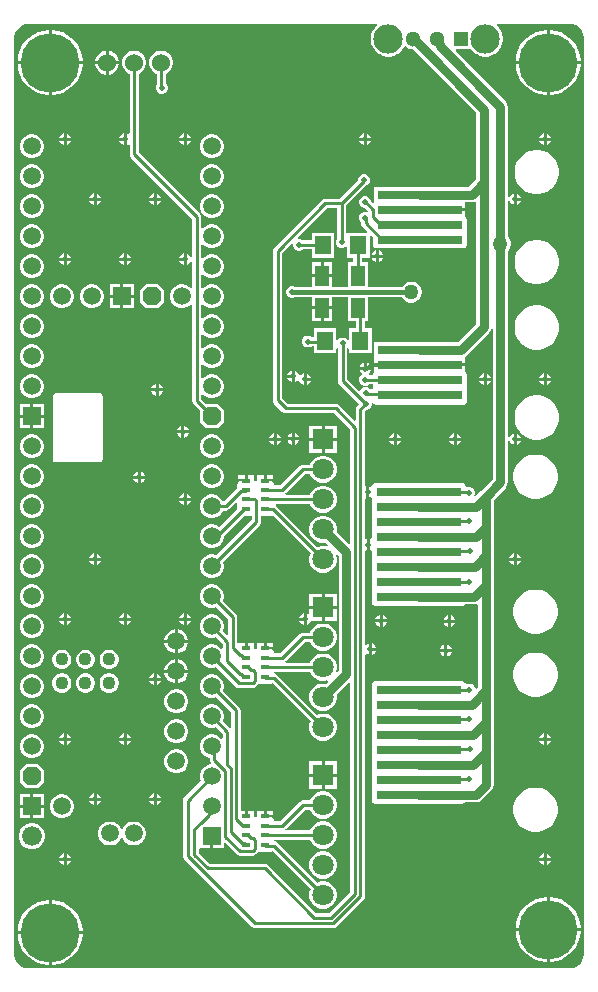
<source format=gbr>
G04*
G04 #@! TF.GenerationSoftware,Altium Limited,Altium Designer,24.3.1 (35)*
G04*
G04 Layer_Physical_Order=1*
G04 Layer_Color=255*
%FSLAX25Y25*%
%MOIN*%
G70*
G04*
G04 #@! TF.SameCoordinates,A7121B57-4D76-4085-BD87-85E80D54BB1B*
G04*
G04*
G04 #@! TF.FilePolarity,Positive*
G04*
G01*
G75*
%ADD14C,0.01000*%
%ADD17C,0.06000*%
%ADD18R,0.28347X0.02992*%
%ADD19R,0.28347X0.02992*%
%ADD20R,0.05512X0.06299*%
%ADD21R,0.04724X0.07087*%
%ADD22R,0.03150X0.01772*%
%ADD46C,0.03000*%
%ADD47C,0.01500*%
%ADD48R,0.05937X0.05937*%
%ADD49R,0.05937X0.05937*%
%ADD50C,0.06600*%
G04:AMPARAMS|DCode=51|XSize=59.37mil|YSize=59.37mil|CornerRadius=0mil|HoleSize=0mil|Usage=FLASHONLY|Rotation=180.000|XOffset=0mil|YOffset=0mil|HoleType=Round|Shape=Octagon|*
%AMOCTAGOND51*
4,1,8,-0.02969,0.01484,-0.02969,-0.01484,-0.01484,-0.02969,0.01484,-0.02969,0.02969,-0.01484,0.02969,0.01484,0.01484,0.02969,-0.01484,0.02969,-0.02969,0.01484,0.0*
%
%ADD51OCTAGOND51*%

%ADD52C,0.05937*%
%ADD53C,0.04362*%
%ADD54R,0.05118X0.05118*%
%ADD55C,0.09803*%
%ADD56C,0.05118*%
%ADD57C,0.07087*%
%ADD58R,0.07087X0.07087*%
%ADD59C,0.01968*%
%ADD60C,0.05000*%
%ADD61C,0.19685*%
G36*
X91446Y157266D02*
X92348Y156893D01*
X93160Y156350D01*
X93850Y155660D01*
X94393Y154848D01*
X94766Y153946D01*
X94957Y152988D01*
Y152500D01*
Y-152500D01*
Y-152988D01*
X94766Y-153946D01*
X94393Y-154848D01*
X93850Y-155660D01*
X93160Y-156350D01*
X92348Y-156893D01*
X91446Y-157266D01*
X90488Y-157457D01*
X-90488D01*
X-91446Y-157266D01*
X-92348Y-156893D01*
X-93160Y-156350D01*
X-93850Y-155660D01*
X-94393Y-154848D01*
X-94766Y-153946D01*
X-94957Y-152988D01*
Y-152500D01*
Y152500D01*
Y152988D01*
X-94766Y153946D01*
X-94393Y154848D01*
X-93850Y155660D01*
X-93160Y156350D01*
X-92348Y156893D01*
X-91446Y157266D01*
X-90488Y157457D01*
X25879D01*
X25983Y157113D01*
X25995Y156957D01*
X25200Y156162D01*
X24554Y155195D01*
X24110Y154121D01*
X23883Y152981D01*
Y151819D01*
X24110Y150679D01*
X24554Y149605D01*
X25200Y148638D01*
X26022Y147816D01*
X26989Y147170D01*
X28063Y146725D01*
X29203Y146498D01*
X30365D01*
X31506Y146725D01*
X32580Y147170D01*
X33546Y147816D01*
X34368Y148638D01*
X35014Y149605D01*
X35076Y149755D01*
X35567Y149852D01*
X35867Y149552D01*
X36678Y149083D01*
X37583Y148841D01*
X37980D01*
X59051Y127770D01*
Y105656D01*
X56444Y103049D01*
X40233D01*
X39967Y102996D01*
X25060D01*
Y98496D01*
X25060Y98004D01*
X25060D01*
Y97996D01*
X24653Y97771D01*
X24598Y97749D01*
X23984Y98362D01*
Y98395D01*
X23682Y99124D01*
X23124Y99682D01*
X22395Y99984D01*
X21605D01*
X20876Y99682D01*
X20318Y99124D01*
X20016Y98395D01*
Y97605D01*
X20318Y96876D01*
X20876Y96318D01*
X21605Y96016D01*
X22005D01*
X22908Y95113D01*
X22625Y94689D01*
X22395Y94784D01*
X21605D01*
X20876Y94482D01*
X20318Y93924D01*
X20016Y93195D01*
Y92405D01*
X20318Y91676D01*
X20656Y91338D01*
Y90871D01*
X20772Y90285D01*
X21104Y89789D01*
X22682Y88212D01*
X22490Y87750D01*
X15957D01*
X15707Y88146D01*
Y96915D01*
X21992Y103200D01*
X22038D01*
X22767Y103502D01*
X23325Y104060D01*
X23628Y104790D01*
Y105579D01*
X23325Y106308D01*
X22767Y106866D01*
X22038Y107168D01*
X21249D01*
X20519Y106866D01*
X19961Y106308D01*
X19659Y105579D01*
Y105192D01*
X13544Y99078D01*
X8622D01*
X8037Y98961D01*
X7541Y98630D01*
X-8281Y82808D01*
X-8613Y82311D01*
X-8729Y81726D01*
Y31900D01*
X-8613Y31315D01*
X-8281Y30819D01*
X-5620Y28157D01*
X-5124Y27825D01*
X-4538Y27709D01*
X11528D01*
X17086Y22151D01*
Y-15928D01*
X16624Y-16120D01*
X12471Y-11967D01*
X12543Y-11698D01*
Y-10502D01*
X12234Y-9346D01*
X11636Y-8310D01*
X10790Y-7464D01*
X9754Y-6866D01*
X8598Y-6557D01*
X7402D01*
X6246Y-6866D01*
X5210Y-7464D01*
X4364Y-8310D01*
X3766Y-9346D01*
X3457Y-10502D01*
Y-11698D01*
X3766Y-12854D01*
X4364Y-13890D01*
X5210Y-14736D01*
X6246Y-15334D01*
X7402Y-15643D01*
X8598D01*
X8867Y-15571D01*
X9604Y-16308D01*
X9345Y-16757D01*
X8598Y-16557D01*
X7402D01*
X6246Y-16866D01*
X6045Y-16982D01*
X-7728Y-3209D01*
X-7817Y-3150D01*
X-7665Y-2650D01*
X3712D01*
X3766Y-2854D01*
X4364Y-3890D01*
X5210Y-4735D01*
X6246Y-5334D01*
X7402Y-5643D01*
X8598D01*
X9754Y-5334D01*
X10790Y-4735D01*
X11636Y-3890D01*
X12234Y-2854D01*
X12543Y-1698D01*
Y-502D01*
X12234Y654D01*
X11636Y1690D01*
X10790Y2536D01*
X9754Y3134D01*
X8598Y3443D01*
X7402D01*
X6246Y3134D01*
X5210Y2536D01*
X4364Y1690D01*
X3766Y654D01*
X3701Y409D01*
X-4394D01*
X-4546Y909D01*
X-4519Y927D01*
X1925Y7371D01*
X3706D01*
X3766Y7146D01*
X4364Y6110D01*
X5210Y5265D01*
X6246Y4666D01*
X7402Y4357D01*
X8598D01*
X9754Y4666D01*
X10790Y5265D01*
X11636Y6110D01*
X12234Y7146D01*
X12543Y8302D01*
Y9498D01*
X12234Y10654D01*
X11636Y11690D01*
X10790Y12536D01*
X9754Y13134D01*
X8598Y13443D01*
X7402D01*
X6246Y13134D01*
X5210Y12536D01*
X4364Y11690D01*
X3766Y10654D01*
X3706Y10429D01*
X1292D01*
X706Y10313D01*
X210Y9981D01*
X-6234Y3538D01*
X-8380D01*
Y3900D01*
X-8458Y4290D01*
X-8679Y4621D01*
X-8776Y4685D01*
Y4686D01*
X-9010Y4842D01*
X-9400Y4920D01*
X-11350D01*
Y5158D01*
X-11850D01*
Y7044D01*
X-13925D01*
Y4920D01*
X-15075D01*
Y7044D01*
X-17150D01*
Y5158D01*
X-17650D01*
Y4920D01*
X-19589D01*
X-19979Y4842D01*
X-20224Y4678D01*
Y4678D01*
X-20310Y4621D01*
X-20531Y4290D01*
X-20608Y3900D01*
Y2654D01*
X-24955Y-1692D01*
X-24963Y-1695D01*
X-25536Y-1636D01*
X-25924Y-963D01*
X-26663Y-224D01*
X-27568Y298D01*
X-28578Y569D01*
X-29623D01*
X-30632Y298D01*
X-31537Y-224D01*
X-32276Y-963D01*
X-32798Y-1868D01*
X-33068Y-2877D01*
Y-3923D01*
X-32798Y-4932D01*
X-32276Y-5837D01*
X-31537Y-6576D01*
X-30632Y-7098D01*
X-29623Y-7368D01*
X-28578D01*
X-27568Y-7098D01*
X-26663Y-6576D01*
X-25924Y-5837D01*
X-25402Y-4932D01*
X-25401Y-4929D01*
X-24500D01*
X-23915Y-4813D01*
X-23419Y-4481D01*
X-21070Y-2133D01*
X-20608Y-2325D01*
Y-4398D01*
X-26549Y-10339D01*
X-26663Y-10224D01*
X-27568Y-9702D01*
X-28578Y-9431D01*
X-29623D01*
X-30632Y-9702D01*
X-31537Y-10224D01*
X-32276Y-10963D01*
X-32798Y-11868D01*
X-33068Y-12878D01*
Y-13923D01*
X-32798Y-14932D01*
X-32276Y-15837D01*
X-31537Y-16576D01*
X-30632Y-17098D01*
X-29623Y-17368D01*
X-28578D01*
X-27568Y-17098D01*
X-26663Y-16576D01*
X-25924Y-15837D01*
X-25402Y-14932D01*
X-25131Y-13923D01*
Y-13247D01*
X-18504Y-6620D01*
X-15755D01*
Y-7892D01*
X-27566Y-19703D01*
X-27568Y-19702D01*
X-28578Y-19432D01*
X-29623D01*
X-30632Y-19702D01*
X-31537Y-20224D01*
X-32276Y-20963D01*
X-32798Y-21868D01*
X-33068Y-22877D01*
Y-23923D01*
X-32798Y-24932D01*
X-32276Y-25837D01*
X-31537Y-26576D01*
X-30632Y-27098D01*
X-29623Y-27369D01*
X-28578D01*
X-27568Y-27098D01*
X-26663Y-26576D01*
X-25924Y-25837D01*
X-25402Y-24932D01*
X-25131Y-23923D01*
Y-22877D01*
X-25402Y-21868D01*
X-25403Y-21866D01*
X-13144Y-9607D01*
X-12812Y-9110D01*
X-12696Y-8525D01*
Y-6620D01*
X-9400D01*
X-9010Y-6542D01*
X-8837Y-6426D01*
X3882Y-19145D01*
X3766Y-19346D01*
X3457Y-20502D01*
Y-21698D01*
X3766Y-22854D01*
X4364Y-23890D01*
X5210Y-24735D01*
X6246Y-25334D01*
X7402Y-25643D01*
X8598D01*
X9754Y-25334D01*
X10790Y-24735D01*
X11636Y-23890D01*
X12234Y-22854D01*
X12543Y-21698D01*
Y-20502D01*
X12343Y-19755D01*
X12791Y-19496D01*
X13151Y-19856D01*
Y-58294D01*
X12791Y-58654D01*
X12343Y-58395D01*
X12543Y-57648D01*
Y-56452D01*
X12234Y-55296D01*
X11636Y-54260D01*
X10790Y-53414D01*
X9754Y-52816D01*
X8598Y-52507D01*
X7402D01*
X6246Y-52816D01*
X5210Y-53414D01*
X4364Y-54260D01*
X3766Y-55296D01*
X3701Y-55541D01*
X-4394D01*
X-4546Y-55041D01*
X-4519Y-55023D01*
X1925Y-48579D01*
X3706D01*
X3766Y-48804D01*
X4364Y-49840D01*
X5210Y-50686D01*
X6246Y-51284D01*
X7402Y-51593D01*
X8598D01*
X9754Y-51284D01*
X10790Y-50686D01*
X11636Y-49840D01*
X12234Y-48804D01*
X12543Y-47648D01*
Y-46452D01*
X12234Y-45296D01*
X11636Y-44260D01*
X10790Y-43415D01*
X9754Y-42816D01*
X8598Y-42507D01*
X7402D01*
X6246Y-42816D01*
X5210Y-43415D01*
X4364Y-44260D01*
X3766Y-45296D01*
X3706Y-45521D01*
X1292D01*
X706Y-45637D01*
X210Y-45969D01*
X-6234Y-52412D01*
X-8380D01*
Y-52000D01*
X-8458Y-51610D01*
X-8679Y-51279D01*
X-8776Y-51214D01*
Y-51214D01*
X-9010Y-51058D01*
X-9400Y-50980D01*
X-11350D01*
Y-50792D01*
X-11850D01*
Y-48906D01*
X-13925D01*
Y-50980D01*
X-15075D01*
Y-48906D01*
X-17150D01*
Y-50792D01*
X-18150D01*
Y-48906D01*
X-20224D01*
X-20630Y-48678D01*
Y-40341D01*
X-20746Y-39756D01*
X-21078Y-39259D01*
X-25403Y-34934D01*
X-25402Y-34932D01*
X-25131Y-33922D01*
Y-32877D01*
X-25402Y-31868D01*
X-25924Y-30963D01*
X-26663Y-30224D01*
X-27568Y-29702D01*
X-28578Y-29432D01*
X-29623D01*
X-30632Y-29702D01*
X-31537Y-30224D01*
X-32276Y-30963D01*
X-32798Y-31868D01*
X-33068Y-32877D01*
Y-33922D01*
X-32798Y-34932D01*
X-32276Y-35837D01*
X-31537Y-36576D01*
X-30632Y-37098D01*
X-29623Y-37369D01*
X-28578D01*
X-27568Y-37098D01*
X-27566Y-37097D01*
X-23688Y-40974D01*
Y-45995D01*
X-24150Y-46187D01*
X-25403Y-44934D01*
X-25402Y-44932D01*
X-25131Y-43922D01*
Y-42878D01*
X-25402Y-41868D01*
X-25924Y-40963D01*
X-26663Y-40224D01*
X-27568Y-39702D01*
X-28578Y-39432D01*
X-29623D01*
X-30632Y-39702D01*
X-31537Y-40224D01*
X-32276Y-40963D01*
X-32798Y-41868D01*
X-33068Y-42878D01*
Y-43922D01*
X-32798Y-44932D01*
X-32276Y-45837D01*
X-31537Y-46576D01*
X-30632Y-47098D01*
X-29623Y-47368D01*
X-28578D01*
X-27568Y-47098D01*
X-27566Y-47097D01*
X-25488Y-49174D01*
Y-50809D01*
X-25989Y-50899D01*
X-26663Y-50224D01*
X-27568Y-49702D01*
X-28578Y-49431D01*
X-29623D01*
X-30632Y-49702D01*
X-31537Y-50224D01*
X-32276Y-50963D01*
X-32798Y-51868D01*
X-33068Y-52877D01*
Y-53922D01*
X-32798Y-54932D01*
X-32276Y-55837D01*
X-31537Y-56576D01*
X-30632Y-57098D01*
X-29623Y-57368D01*
X-28578D01*
X-27568Y-57098D01*
X-27566Y-57097D01*
X-21155Y-63508D01*
X-20659Y-63840D01*
X-20073Y-63956D01*
X-15536D01*
X-14951Y-63840D01*
X-14455Y-63508D01*
X-13693Y-62747D01*
X-13542Y-62520D01*
X-9400D01*
X-9010Y-62442D01*
X-8867Y-62346D01*
X3882Y-75095D01*
X3766Y-75296D01*
X3457Y-76452D01*
Y-77648D01*
X3766Y-78804D01*
X4364Y-79840D01*
X5210Y-80686D01*
X6246Y-81284D01*
X7402Y-81593D01*
X8598D01*
X9754Y-81284D01*
X10790Y-80686D01*
X11636Y-79840D01*
X12234Y-78804D01*
X12543Y-77648D01*
Y-76452D01*
X12234Y-75296D01*
X11636Y-74260D01*
X10790Y-73414D01*
X9754Y-72816D01*
X8598Y-72507D01*
X7402D01*
X6246Y-72816D01*
X6045Y-72932D01*
X-7342Y-59545D01*
X-7838Y-59214D01*
X-8380Y-59106D01*
Y-58600D01*
X3712D01*
X3766Y-58804D01*
X4364Y-59840D01*
X5210Y-60685D01*
X6246Y-61284D01*
X7402Y-61593D01*
X8598D01*
X9345Y-61393D01*
X9604Y-61841D01*
X8867Y-62579D01*
X8598Y-62507D01*
X7402D01*
X6246Y-62816D01*
X5210Y-63415D01*
X4364Y-64260D01*
X3766Y-65296D01*
X3457Y-66452D01*
Y-67648D01*
X3766Y-68804D01*
X4364Y-69840D01*
X5210Y-70685D01*
X6246Y-71284D01*
X7402Y-71593D01*
X8598D01*
X9754Y-71284D01*
X10790Y-70685D01*
X11636Y-69840D01*
X12234Y-68804D01*
X12543Y-67648D01*
Y-66452D01*
X12471Y-66183D01*
X16624Y-62030D01*
X17086Y-62222D01*
Y-131992D01*
X9921Y-139158D01*
X5734D01*
X-10440Y-122985D01*
X-10936Y-122653D01*
X-11521Y-122537D01*
X-29788D01*
X-33371Y-118954D01*
Y-117743D01*
X-33068Y-117368D01*
X-29600D01*
Y-113400D01*
X-28600D01*
Y-117368D01*
X-25131D01*
Y-115824D01*
X-24670Y-115633D01*
X-20844Y-119458D01*
X-20348Y-119790D01*
X-19763Y-119906D01*
X-15536D01*
X-14951Y-119790D01*
X-14455Y-119458D01*
X-13693Y-118697D01*
X-13575Y-118520D01*
X-9400D01*
X-9010Y-118442D01*
X-8837Y-118326D01*
X3882Y-131045D01*
X3766Y-131246D01*
X3457Y-132402D01*
Y-133598D01*
X3766Y-134754D01*
X4364Y-135790D01*
X5210Y-136635D01*
X6246Y-137234D01*
X7402Y-137543D01*
X8598D01*
X9754Y-137234D01*
X10790Y-136635D01*
X11636Y-135790D01*
X12234Y-134754D01*
X12543Y-133598D01*
Y-132402D01*
X12234Y-131246D01*
X11636Y-130210D01*
X10790Y-129365D01*
X9754Y-128766D01*
X8598Y-128457D01*
X7402D01*
X6246Y-128766D01*
X6045Y-128882D01*
X-7342Y-115495D01*
X-7838Y-115164D01*
X-8380Y-115056D01*
Y-114550D01*
X3712D01*
X3766Y-114754D01*
X4364Y-115790D01*
X5210Y-116636D01*
X6246Y-117234D01*
X7402Y-117543D01*
X8598D01*
X9754Y-117234D01*
X10790Y-116636D01*
X11636Y-115790D01*
X12234Y-114754D01*
X12543Y-113598D01*
Y-112402D01*
X12234Y-111246D01*
X11636Y-110210D01*
X10790Y-109364D01*
X9754Y-108766D01*
X8598Y-108457D01*
X7402D01*
X6246Y-108766D01*
X5210Y-109364D01*
X4364Y-110210D01*
X3766Y-111246D01*
X3701Y-111491D01*
X-4394D01*
X-4546Y-110991D01*
X-4519Y-110973D01*
X1925Y-104529D01*
X3706D01*
X3766Y-104754D01*
X4364Y-105790D01*
X5210Y-106635D01*
X6246Y-107234D01*
X7402Y-107543D01*
X8598D01*
X9754Y-107234D01*
X10790Y-106635D01*
X11636Y-105790D01*
X12234Y-104754D01*
X12543Y-103598D01*
Y-102402D01*
X12234Y-101246D01*
X11636Y-100210D01*
X10790Y-99365D01*
X9754Y-98766D01*
X8598Y-98457D01*
X7402D01*
X6246Y-98766D01*
X5210Y-99365D01*
X4364Y-100210D01*
X3766Y-101246D01*
X3706Y-101471D01*
X1292D01*
X706Y-101587D01*
X210Y-101919D01*
X-6234Y-108362D01*
X-8380D01*
Y-108000D01*
X-8458Y-107610D01*
X-8679Y-107279D01*
X-8776Y-107214D01*
Y-107214D01*
X-9010Y-107058D01*
X-9400Y-106980D01*
X-11350D01*
Y-106742D01*
X-11850D01*
Y-104856D01*
X-13925D01*
Y-106980D01*
X-15075D01*
Y-104856D01*
X-17150D01*
Y-106742D01*
X-18150D01*
Y-104856D01*
X-19502D01*
Y-71469D01*
X-19618Y-70883D01*
X-19950Y-70387D01*
X-25403Y-64934D01*
X-25402Y-64932D01*
X-25131Y-63923D01*
Y-62878D01*
X-25402Y-61868D01*
X-25924Y-60963D01*
X-26663Y-60224D01*
X-27568Y-59702D01*
X-28578Y-59431D01*
X-29623D01*
X-30632Y-59702D01*
X-31537Y-60224D01*
X-32276Y-60963D01*
X-32798Y-61868D01*
X-33068Y-62878D01*
Y-63923D01*
X-32798Y-64932D01*
X-32276Y-65837D01*
X-31537Y-66576D01*
X-30632Y-67098D01*
X-29623Y-67369D01*
X-28578D01*
X-27568Y-67098D01*
X-27566Y-67097D01*
X-22561Y-72102D01*
Y-77069D01*
X-23061Y-77276D01*
X-25403Y-74934D01*
X-25402Y-74932D01*
X-25131Y-73922D01*
Y-72878D01*
X-25402Y-71868D01*
X-25924Y-70963D01*
X-26663Y-70224D01*
X-27568Y-69702D01*
X-28578Y-69432D01*
X-29623D01*
X-30632Y-69702D01*
X-31537Y-70224D01*
X-32276Y-70963D01*
X-32798Y-71868D01*
X-33068Y-72878D01*
Y-73922D01*
X-32798Y-74932D01*
X-32276Y-75837D01*
X-31537Y-76576D01*
X-30632Y-77098D01*
X-29623Y-77368D01*
X-28578D01*
X-27568Y-77098D01*
X-27566Y-77097D01*
X-25488Y-79174D01*
Y-80809D01*
X-25989Y-80899D01*
X-26663Y-80224D01*
X-27568Y-79702D01*
X-28578Y-79431D01*
X-29623D01*
X-30632Y-79702D01*
X-31537Y-80224D01*
X-32276Y-80963D01*
X-32798Y-81868D01*
X-33068Y-82877D01*
Y-83922D01*
X-32798Y-84932D01*
X-32276Y-85837D01*
X-31537Y-86576D01*
X-30632Y-87098D01*
X-29842Y-87310D01*
Y-87868D01*
X-29725Y-88454D01*
X-29406Y-88932D01*
X-29449Y-89151D01*
X-29565Y-89432D01*
X-29623D01*
X-30632Y-89702D01*
X-31537Y-90224D01*
X-32276Y-90963D01*
X-32798Y-91868D01*
X-33068Y-92878D01*
Y-93923D01*
X-32798Y-94932D01*
X-32797Y-94934D01*
X-38281Y-100419D01*
X-38613Y-100915D01*
X-38729Y-101500D01*
Y-119833D01*
X-38613Y-120418D01*
X-38281Y-120914D01*
X-15627Y-143569D01*
X-15131Y-143900D01*
X-14546Y-144017D01*
X11300D01*
X11885Y-143900D01*
X12381Y-143569D01*
X21497Y-134453D01*
X21829Y-133957D01*
X21945Y-133371D01*
Y-52858D01*
X22445Y-52651D01*
X22576Y-52782D01*
X23200Y-53041D01*
Y-51100D01*
Y-49159D01*
X22576Y-49418D01*
X22445Y-49549D01*
X21945Y-49342D01*
Y-18339D01*
X22361Y-18061D01*
X22538Y-18135D01*
Y-16194D01*
Y-14254D01*
X22361Y-14327D01*
X21945Y-14050D01*
Y-902D01*
X22361Y-624D01*
X22400Y-641D01*
Y1300D01*
Y3241D01*
X22361Y3224D01*
X21945Y3502D01*
Y28220D01*
X22379Y28654D01*
X22595D01*
X23324Y28956D01*
X23882Y29514D01*
X24184Y30243D01*
Y30921D01*
X24650Y31114D01*
X24658Y31110D01*
X24879Y30779D01*
X25210Y30558D01*
X25600Y30480D01*
X54800D01*
X55190Y30558D01*
X55521Y30779D01*
X55742Y31110D01*
X55820Y31500D01*
Y40600D01*
X55742Y40990D01*
X55521Y41321D01*
X55406Y41398D01*
Y43200D01*
X40233D01*
X25060D01*
Y41442D01*
X24879Y41321D01*
X24658Y40990D01*
X24580Y40600D01*
Y40279D01*
X23568D01*
X23298Y40726D01*
X23369Y40963D01*
X23782Y41376D01*
X24041Y42000D01*
X20159D01*
X20418Y41376D01*
X20831Y40963D01*
X20925Y40650D01*
X20831Y40337D01*
X20418Y39924D01*
X20116Y39195D01*
Y38405D01*
X20418Y37676D01*
X20976Y37118D01*
X21705Y36816D01*
X22495D01*
X23224Y37118D01*
X23327Y37221D01*
X24580D01*
Y35570D01*
X23588D01*
X23250Y35908D01*
X22520Y36210D01*
X21731D01*
X21002Y35908D01*
X20443Y35350D01*
X20376Y35187D01*
X19886Y35089D01*
X16029Y38946D01*
Y49211D01*
X16114Y49340D01*
X16144Y49357D01*
X16644Y49065D01*
Y47550D01*
X24156D01*
Y55850D01*
X21929D01*
Y58184D01*
X22878D01*
Y66216D01*
X34389D01*
X34599Y65851D01*
X35251Y65199D01*
X36049Y64739D01*
X36939Y64500D01*
X37861D01*
X38751Y64739D01*
X39549Y65199D01*
X40201Y65851D01*
X40661Y66649D01*
X40900Y67539D01*
Y68461D01*
X40661Y69351D01*
X40201Y70149D01*
X39549Y70801D01*
X38751Y71262D01*
X37861Y71500D01*
X36939D01*
X36049Y71262D01*
X35251Y70801D01*
X34599Y70149D01*
X34389Y69784D01*
X22878D01*
Y77904D01*
X21045D01*
Y79450D01*
X23468D01*
Y86771D01*
X23930Y86963D01*
X24580Y86313D01*
Y83600D01*
X24658Y83210D01*
X24879Y82879D01*
X25210Y82658D01*
X25600Y82580D01*
X54800D01*
X55190Y82658D01*
X55521Y82879D01*
X55742Y83210D01*
X55820Y83600D01*
Y92400D01*
X55742Y92790D01*
X55521Y93121D01*
X55406Y93198D01*
Y95000D01*
X40233D01*
Y96000D01*
X55406D01*
Y97951D01*
X57500D01*
X58476Y98145D01*
X58610Y98235D01*
X59051Y97999D01*
Y57356D01*
X52944Y51249D01*
X40233D01*
X39967Y51196D01*
X25060D01*
Y46696D01*
X25060Y46204D01*
X25060D01*
Y46196D01*
X25060D01*
Y44200D01*
X40233D01*
X55406D01*
Y46196D01*
X55406Y46196D01*
X55465Y46672D01*
X55802Y46898D01*
X63402Y54498D01*
X63955Y55325D01*
X64051Y55808D01*
X64551Y55758D01*
Y5656D01*
X60498Y1602D01*
X58789Y-106D01*
X58366Y178D01*
X58584Y705D01*
Y1495D01*
X58282Y2224D01*
X57724Y2782D01*
X56995Y3084D01*
X56205D01*
X55935Y2972D01*
X55576Y3213D01*
X55512Y3338D01*
X55442Y3690D01*
X55221Y4021D01*
X54890Y4242D01*
X54500Y4320D01*
X25300D01*
X24910Y4242D01*
X24579Y4021D01*
X24358Y3690D01*
X24294Y3370D01*
X24289Y3363D01*
X24087Y3216D01*
X23780Y3083D01*
X23400Y3241D01*
Y1300D01*
Y-641D01*
X23780Y-483D01*
X24280Y-779D01*
Y-14020D01*
X23780Y-14354D01*
X23538Y-14254D01*
Y-16194D01*
Y-18135D01*
X23780Y-18035D01*
X24280Y-18369D01*
Y-35500D01*
X24358Y-35890D01*
X24579Y-36221D01*
X24910Y-36442D01*
X25300Y-36520D01*
X54500D01*
X54890Y-36442D01*
X55221Y-36221D01*
X55272Y-36145D01*
X58404D01*
X59251Y-35976D01*
X59751Y-36258D01*
Y-63744D01*
X59146Y-64349D01*
X58684Y-64158D01*
Y-64105D01*
X58382Y-63376D01*
X57824Y-62818D01*
X57095Y-62516D01*
X56305D01*
X55911Y-62679D01*
X55883Y-62680D01*
X55357Y-62384D01*
X55342Y-62310D01*
X55121Y-61979D01*
X54790Y-61758D01*
X54400Y-61680D01*
X25200D01*
X24810Y-61758D01*
X24479Y-61979D01*
X24258Y-62310D01*
X24180Y-62700D01*
Y-101500D01*
X24258Y-101890D01*
X24479Y-102221D01*
X24810Y-102442D01*
X25200Y-102520D01*
X54400D01*
X54790Y-102442D01*
X55121Y-102221D01*
X55169Y-102149D01*
X58900D01*
X59876Y-101955D01*
X60702Y-101402D01*
X64102Y-98002D01*
X64655Y-97176D01*
X64849Y-96200D01*
Y-85400D01*
Y-75300D01*
Y-64800D01*
Y-29700D01*
Y-19800D01*
Y-10200D01*
Y-1256D01*
X68902Y2798D01*
X69455Y3624D01*
X69649Y4600D01*
Y18184D01*
X70149Y18284D01*
X70318Y17876D01*
X70876Y17318D01*
X71500Y17059D01*
Y19000D01*
Y20941D01*
X70876Y20682D01*
X70318Y20124D01*
X70149Y19716D01*
X69649Y19816D01*
Y81699D01*
X69901Y81951D01*
X70362Y82749D01*
X70600Y83639D01*
Y84561D01*
X70362Y85451D01*
X69901Y86249D01*
X69649Y86501D01*
Y98184D01*
X70149Y98284D01*
X70318Y97876D01*
X70876Y97318D01*
X71500Y97059D01*
Y99000D01*
Y100941D01*
X70876Y100682D01*
X70318Y100124D01*
X70149Y99716D01*
X69649Y99816D01*
Y129800D01*
X69455Y130775D01*
X68902Y131602D01*
X52126Y148379D01*
X52317Y148841D01*
X57348D01*
X57484Y148638D01*
X58306Y147816D01*
X59272Y147170D01*
X60346Y146725D01*
X61487Y146498D01*
X62649D01*
X63789Y146725D01*
X64863Y147170D01*
X65830Y147816D01*
X66652Y148638D01*
X67298Y149605D01*
X67743Y150679D01*
X67969Y151819D01*
Y152981D01*
X67743Y154121D01*
X67298Y155195D01*
X66652Y156162D01*
X65857Y156957D01*
X65869Y157113D01*
X65973Y157457D01*
X90488D01*
X91446Y157266D01*
D02*
G37*
G36*
X12649Y85855D02*
X12496Y85702D01*
X12194Y84973D01*
Y84183D01*
X12496Y83454D01*
X13054Y82896D01*
X13783Y82594D01*
X14573D01*
X15302Y82896D01*
X15457Y83050D01*
X15957Y82843D01*
Y79450D01*
X17986D01*
Y77904D01*
X16153D01*
Y69784D01*
X11067D01*
Y72860D01*
X7704D01*
X4342D01*
Y69784D01*
X-1523D01*
X-2005Y69984D01*
X-2795D01*
X-3524Y69682D01*
X-4082Y69124D01*
X-4384Y68395D01*
Y67605D01*
X-4082Y66876D01*
X-3524Y66318D01*
X-2795Y66016D01*
X-2005D01*
X-1523Y66216D01*
X4342D01*
Y63227D01*
X7704D01*
X11067D01*
Y66216D01*
X16153D01*
Y58184D01*
X18871D01*
Y55850D01*
X16644D01*
Y52152D01*
X16320Y52018D01*
X16144Y51999D01*
X15624Y52519D01*
X14895Y52821D01*
X14105D01*
X13376Y52519D01*
X12845Y51988D01*
X12711Y51998D01*
X12345Y52126D01*
Y55850D01*
X4833D01*
Y53029D01*
X4177D01*
X4024Y53182D01*
X3295Y53484D01*
X2505D01*
X1776Y53182D01*
X1218Y52624D01*
X916Y51895D01*
Y51105D01*
X1218Y50376D01*
X1776Y49818D01*
X2505Y49516D01*
X3295D01*
X4024Y49818D01*
X4177Y49971D01*
X4833D01*
Y47550D01*
X12345D01*
Y49094D01*
X12845Y49369D01*
X12918Y49322D01*
X12971Y49232D01*
Y38312D01*
X13087Y37727D01*
X13419Y37231D01*
X20024Y30625D01*
X19334Y29935D01*
X19003Y29439D01*
X18886Y28854D01*
Y25330D01*
X18424Y25139D01*
X13243Y30320D01*
X12747Y30651D01*
X12162Y30768D01*
X-3905D01*
X-5671Y32533D01*
Y81093D01*
X-2446Y84317D01*
X-2345Y84290D01*
X-1984Y84072D01*
Y83405D01*
X-1682Y82676D01*
X-1124Y82118D01*
X-395Y81816D01*
X395D01*
X1124Y82118D01*
X1277Y82271D01*
X4146D01*
Y79450D01*
X11657D01*
Y87750D01*
X4146D01*
Y85329D01*
X1277D01*
X1124Y85482D01*
X395Y85784D01*
X-272D01*
X-490Y86144D01*
X-517Y86246D01*
X9256Y96019D01*
X12649D01*
Y85855D01*
D02*
G37*
%LPC*%
G36*
X83853Y155342D02*
X83500D01*
Y145000D01*
X93843D01*
Y145353D01*
X93576Y147039D01*
X93048Y148662D01*
X92273Y150183D01*
X91270Y151563D01*
X90063Y152770D01*
X88683Y153773D01*
X87162Y154548D01*
X85539Y155076D01*
X83853Y155342D01*
D02*
G37*
G36*
X82500D02*
X82147D01*
X80461Y155076D01*
X78838Y154548D01*
X77317Y153773D01*
X75937Y152770D01*
X74730Y151563D01*
X73727Y150183D01*
X72952Y148662D01*
X72425Y147039D01*
X72158Y145353D01*
Y145000D01*
X82500D01*
Y155342D01*
D02*
G37*
G36*
X-63473Y148500D02*
X-63500D01*
Y145000D01*
X-60000D01*
Y145027D01*
X-60273Y146044D01*
X-60799Y146956D01*
X-61544Y147701D01*
X-62456Y148227D01*
X-63473Y148500D01*
D02*
G37*
G36*
X-64500D02*
X-64527D01*
X-65544Y148227D01*
X-66456Y147701D01*
X-67201Y146956D01*
X-67727Y146044D01*
X-68000Y145027D01*
Y145000D01*
X-64500D01*
Y148500D01*
D02*
G37*
G36*
X-82147Y155342D02*
X-82500D01*
Y145000D01*
X-72158D01*
Y145353D01*
X-72425Y147039D01*
X-72952Y148662D01*
X-73727Y150183D01*
X-74730Y151563D01*
X-75937Y152770D01*
X-77317Y153773D01*
X-78838Y154548D01*
X-80461Y155076D01*
X-82147Y155342D01*
D02*
G37*
G36*
X-83500D02*
X-83853D01*
X-85539Y155076D01*
X-87162Y154548D01*
X-88683Y153773D01*
X-90063Y152770D01*
X-91270Y151563D01*
X-92273Y150183D01*
X-93048Y148662D01*
X-93576Y147039D01*
X-93843Y145353D01*
Y145000D01*
X-83500D01*
Y155342D01*
D02*
G37*
G36*
X-60000Y144000D02*
X-63500D01*
Y140500D01*
X-63473D01*
X-62456Y140773D01*
X-61544Y141299D01*
X-60799Y142044D01*
X-60273Y142956D01*
X-60000Y143973D01*
Y144000D01*
D02*
G37*
G36*
X-64500D02*
X-68000D01*
Y143973D01*
X-67727Y142956D01*
X-67201Y142044D01*
X-66456Y141299D01*
X-65544Y140773D01*
X-64527Y140500D01*
X-64500D01*
Y144000D01*
D02*
G37*
G36*
X-45473Y148500D02*
X-46527D01*
X-47544Y148227D01*
X-48456Y147701D01*
X-49201Y146956D01*
X-49727Y146044D01*
X-50000Y145027D01*
Y143973D01*
X-49727Y142956D01*
X-49201Y142044D01*
X-48456Y141299D01*
X-47544Y140773D01*
X-47429Y140742D01*
Y137277D01*
X-47482Y137224D01*
X-47784Y136495D01*
Y135705D01*
X-47482Y134976D01*
X-46924Y134418D01*
X-46195Y134116D01*
X-45405D01*
X-44676Y134418D01*
X-44118Y134976D01*
X-43816Y135705D01*
Y136495D01*
X-44118Y137224D01*
X-44371Y137477D01*
Y140822D01*
X-43544Y141299D01*
X-42799Y142044D01*
X-42273Y142956D01*
X-42000Y143973D01*
Y145027D01*
X-42273Y146044D01*
X-42799Y146956D01*
X-43544Y147701D01*
X-44456Y148227D01*
X-45473Y148500D01*
D02*
G37*
G36*
X93843Y144000D02*
X83500D01*
Y133658D01*
X83853D01*
X85539Y133924D01*
X87162Y134452D01*
X88683Y135227D01*
X90063Y136230D01*
X91270Y137437D01*
X92273Y138817D01*
X93048Y140338D01*
X93576Y141961D01*
X93843Y143647D01*
Y144000D01*
D02*
G37*
G36*
X82500D02*
X72158D01*
Y143647D01*
X72425Y141961D01*
X72952Y140338D01*
X73727Y138817D01*
X74730Y137437D01*
X75937Y136230D01*
X77317Y135227D01*
X78838Y134452D01*
X80461Y133924D01*
X82147Y133658D01*
X82500D01*
Y144000D01*
D02*
G37*
G36*
X-72158D02*
X-82500D01*
Y133658D01*
X-82147D01*
X-80461Y133924D01*
X-78838Y134452D01*
X-77317Y135227D01*
X-75937Y136230D01*
X-74730Y137437D01*
X-73727Y138817D01*
X-72952Y140338D01*
X-72425Y141961D01*
X-72158Y143647D01*
Y144000D01*
D02*
G37*
G36*
X-83500D02*
X-93843D01*
Y143647D01*
X-93576Y141961D01*
X-93048Y140338D01*
X-92273Y138817D01*
X-91270Y137437D01*
X-90063Y136230D01*
X-88683Y135227D01*
X-87162Y134452D01*
X-85539Y133924D01*
X-83853Y133658D01*
X-83500D01*
Y144000D01*
D02*
G37*
G36*
X-54473Y148500D02*
X-55527D01*
X-56544Y148227D01*
X-57456Y147701D01*
X-58201Y146956D01*
X-58727Y146044D01*
X-59000Y145027D01*
Y143973D01*
X-58727Y142956D01*
X-58201Y142044D01*
X-57456Y141299D01*
X-56544Y140773D01*
X-56529Y140769D01*
Y120989D01*
X-57029Y120746D01*
X-57500Y120941D01*
Y119000D01*
Y117059D01*
X-57029Y117254D01*
X-56529Y117011D01*
Y113900D01*
X-56413Y113315D01*
X-56081Y112819D01*
X-35629Y92366D01*
Y79769D01*
X-36129Y79669D01*
X-36318Y80124D01*
X-36876Y80682D01*
X-37500Y80941D01*
Y79000D01*
Y77059D01*
X-36876Y77318D01*
X-36318Y77876D01*
X-36129Y78331D01*
X-35629Y78232D01*
Y69449D01*
X-36129Y69242D01*
X-36663Y69776D01*
X-37568Y70298D01*
X-38577Y70569D01*
X-39623D01*
X-40632Y70298D01*
X-41537Y69776D01*
X-42276Y69037D01*
X-42798Y68132D01*
X-43069Y67123D01*
Y66078D01*
X-42798Y65068D01*
X-42276Y64163D01*
X-41537Y63424D01*
X-40632Y62902D01*
X-39623Y62631D01*
X-38577D01*
X-37568Y62902D01*
X-36663Y63424D01*
X-36129Y63958D01*
X-35629Y63751D01*
Y31600D01*
X-35513Y31015D01*
X-35181Y30519D01*
X-33068Y28406D01*
Y24616D01*
X-31084Y22632D01*
X-27116D01*
X-25131Y24616D01*
Y28584D01*
X-27116Y30569D01*
X-30906D01*
X-32571Y32234D01*
Y33751D01*
X-32071Y33958D01*
X-31537Y33424D01*
X-30632Y32902D01*
X-29623Y32631D01*
X-28578D01*
X-27568Y32902D01*
X-26663Y33424D01*
X-25924Y34163D01*
X-25402Y35068D01*
X-25131Y36077D01*
Y37122D01*
X-25402Y38132D01*
X-25924Y39037D01*
X-26663Y39776D01*
X-27568Y40298D01*
X-28578Y40569D01*
X-29623D01*
X-30632Y40298D01*
X-31537Y39776D01*
X-32071Y39242D01*
X-32571Y39449D01*
Y43751D01*
X-32071Y43958D01*
X-31537Y43424D01*
X-30632Y42902D01*
X-29623Y42632D01*
X-28578D01*
X-27568Y42902D01*
X-26663Y43424D01*
X-25924Y44163D01*
X-25402Y45068D01*
X-25131Y46077D01*
Y47122D01*
X-25402Y48132D01*
X-25924Y49037D01*
X-26663Y49776D01*
X-27568Y50298D01*
X-28578Y50568D01*
X-29623D01*
X-30632Y50298D01*
X-31537Y49776D01*
X-32071Y49242D01*
X-32571Y49449D01*
Y53751D01*
X-32071Y53958D01*
X-31537Y53424D01*
X-30632Y52902D01*
X-29623Y52631D01*
X-28578D01*
X-27568Y52902D01*
X-26663Y53424D01*
X-25924Y54163D01*
X-25402Y55068D01*
X-25131Y56077D01*
Y57122D01*
X-25402Y58132D01*
X-25924Y59037D01*
X-26663Y59776D01*
X-27568Y60298D01*
X-28578Y60568D01*
X-29623D01*
X-30632Y60298D01*
X-31537Y59776D01*
X-32071Y59242D01*
X-32571Y59449D01*
Y63751D01*
X-32071Y63958D01*
X-31537Y63424D01*
X-30632Y62902D01*
X-29623Y62631D01*
X-28578D01*
X-27568Y62902D01*
X-26663Y63424D01*
X-25924Y64163D01*
X-25402Y65068D01*
X-25131Y66078D01*
Y67123D01*
X-25402Y68132D01*
X-25924Y69037D01*
X-26663Y69776D01*
X-27568Y70298D01*
X-28578Y70569D01*
X-29623D01*
X-30632Y70298D01*
X-31537Y69776D01*
X-32071Y69242D01*
X-32571Y69449D01*
Y73751D01*
X-32071Y73958D01*
X-31537Y73424D01*
X-30632Y72902D01*
X-29623Y72632D01*
X-28578D01*
X-27568Y72902D01*
X-26663Y73424D01*
X-25924Y74163D01*
X-25402Y75068D01*
X-25131Y76078D01*
Y77122D01*
X-25402Y78132D01*
X-25924Y79037D01*
X-26663Y79776D01*
X-27568Y80298D01*
X-28578Y80568D01*
X-29623D01*
X-30632Y80298D01*
X-31537Y79776D01*
X-32071Y79242D01*
X-32571Y79449D01*
Y83751D01*
X-32071Y83958D01*
X-31537Y83424D01*
X-30632Y82902D01*
X-29623Y82631D01*
X-28578D01*
X-27568Y82902D01*
X-26663Y83424D01*
X-25924Y84163D01*
X-25402Y85068D01*
X-25131Y86077D01*
Y87122D01*
X-25402Y88132D01*
X-25924Y89037D01*
X-26663Y89776D01*
X-27568Y90298D01*
X-28578Y90569D01*
X-29623D01*
X-30632Y90298D01*
X-31537Y89776D01*
X-32071Y89242D01*
X-32571Y89449D01*
Y93000D01*
X-32687Y93585D01*
X-33019Y94081D01*
X-53471Y114533D01*
Y140769D01*
X-53456Y140773D01*
X-52544Y141299D01*
X-51799Y142044D01*
X-51273Y142956D01*
X-51000Y143973D01*
Y145027D01*
X-51273Y146044D01*
X-51799Y146956D01*
X-52544Y147701D01*
X-53456Y148227D01*
X-54473Y148500D01*
D02*
G37*
G36*
X82500Y120941D02*
Y119500D01*
X83941D01*
X83682Y120124D01*
X83124Y120682D01*
X82500Y120941D01*
D02*
G37*
G36*
X81500D02*
X80876Y120682D01*
X80318Y120124D01*
X80059Y119500D01*
X81500D01*
Y120941D01*
D02*
G37*
G36*
X22500D02*
Y119500D01*
X23941D01*
X23682Y120124D01*
X23124Y120682D01*
X22500Y120941D01*
D02*
G37*
G36*
X21500D02*
X20876Y120682D01*
X20318Y120124D01*
X20059Y119500D01*
X21500D01*
Y120941D01*
D02*
G37*
G36*
X-37500D02*
Y119500D01*
X-36059D01*
X-36318Y120124D01*
X-36876Y120682D01*
X-37500Y120941D01*
D02*
G37*
G36*
X-38500D02*
X-39124Y120682D01*
X-39682Y120124D01*
X-39941Y119500D01*
X-38500D01*
Y120941D01*
D02*
G37*
G36*
X-58500D02*
X-59124Y120682D01*
X-59682Y120124D01*
X-59941Y119500D01*
X-58500D01*
Y120941D01*
D02*
G37*
G36*
X-77500D02*
Y119500D01*
X-76059D01*
X-76318Y120124D01*
X-76876Y120682D01*
X-77500Y120941D01*
D02*
G37*
G36*
X-78500D02*
X-79124Y120682D01*
X-79682Y120124D01*
X-79941Y119500D01*
X-78500D01*
Y120941D01*
D02*
G37*
G36*
X83941Y118500D02*
X82500D01*
Y117059D01*
X83124Y117318D01*
X83682Y117876D01*
X83941Y118500D01*
D02*
G37*
G36*
X81500D02*
X80059D01*
X80318Y117876D01*
X80876Y117318D01*
X81500Y117059D01*
Y118500D01*
D02*
G37*
G36*
X23941D02*
X22500D01*
Y117059D01*
X23124Y117318D01*
X23682Y117876D01*
X23941Y118500D01*
D02*
G37*
G36*
X21500D02*
X20059D01*
X20318Y117876D01*
X20876Y117318D01*
X21500Y117059D01*
Y118500D01*
D02*
G37*
G36*
X-36059D02*
X-37500D01*
Y117059D01*
X-36876Y117318D01*
X-36318Y117876D01*
X-36059Y118500D01*
D02*
G37*
G36*
X-38500D02*
X-39941D01*
X-39682Y117876D01*
X-39124Y117318D01*
X-38500Y117059D01*
Y118500D01*
D02*
G37*
G36*
X-58500D02*
X-59941D01*
X-59682Y117876D01*
X-59124Y117318D01*
X-58500Y117059D01*
Y118500D01*
D02*
G37*
G36*
X-76059D02*
X-77500D01*
Y117059D01*
X-76876Y117318D01*
X-76318Y117876D01*
X-76059Y118500D01*
D02*
G37*
G36*
X-78500D02*
X-79941D01*
X-79682Y117876D01*
X-79124Y117318D01*
X-78500Y117059D01*
Y118500D01*
D02*
G37*
G36*
X-28578Y120569D02*
X-29623D01*
X-30632Y120298D01*
X-31537Y119776D01*
X-32276Y119037D01*
X-32798Y118132D01*
X-33068Y117122D01*
Y116077D01*
X-32798Y115068D01*
X-32276Y114163D01*
X-31537Y113424D01*
X-30632Y112902D01*
X-29623Y112631D01*
X-28578D01*
X-27568Y112902D01*
X-26663Y113424D01*
X-25924Y114163D01*
X-25402Y115068D01*
X-25131Y116077D01*
Y117122D01*
X-25402Y118132D01*
X-25924Y119037D01*
X-26663Y119776D01*
X-27568Y120298D01*
X-28578Y120569D01*
D02*
G37*
G36*
X-88578D02*
X-89622D01*
X-90632Y120298D01*
X-91537Y119776D01*
X-92276Y119037D01*
X-92798Y118132D01*
X-93068Y117122D01*
Y116077D01*
X-92798Y115068D01*
X-92276Y114163D01*
X-91537Y113424D01*
X-90632Y112902D01*
X-89622Y112631D01*
X-88578D01*
X-87568Y112902D01*
X-86663Y113424D01*
X-85924Y114163D01*
X-85402Y115068D01*
X-85132Y116077D01*
Y117122D01*
X-85402Y118132D01*
X-85924Y119037D01*
X-86663Y119776D01*
X-87568Y120298D01*
X-88578Y120569D01*
D02*
G37*
G36*
X-28578Y110568D02*
X-29623D01*
X-30632Y110298D01*
X-31537Y109776D01*
X-32276Y109037D01*
X-32798Y108132D01*
X-33068Y107123D01*
Y106078D01*
X-32798Y105068D01*
X-32276Y104163D01*
X-31537Y103424D01*
X-30632Y102902D01*
X-29623Y102631D01*
X-28578D01*
X-27568Y102902D01*
X-26663Y103424D01*
X-25924Y104163D01*
X-25402Y105068D01*
X-25131Y106078D01*
Y107123D01*
X-25402Y108132D01*
X-25924Y109037D01*
X-26663Y109776D01*
X-27568Y110298D01*
X-28578Y110568D01*
D02*
G37*
G36*
X-88578D02*
X-89622D01*
X-90632Y110298D01*
X-91537Y109776D01*
X-92276Y109037D01*
X-92798Y108132D01*
X-93068Y107123D01*
Y106078D01*
X-92798Y105068D01*
X-92276Y104163D01*
X-91537Y103424D01*
X-90632Y102902D01*
X-89622Y102631D01*
X-88578D01*
X-87568Y102902D01*
X-86663Y103424D01*
X-85924Y104163D01*
X-85402Y105068D01*
X-85132Y106078D01*
Y107123D01*
X-85402Y108132D01*
X-85924Y109037D01*
X-86663Y109776D01*
X-87568Y110298D01*
X-88578Y110568D01*
D02*
G37*
G36*
X79938Y115398D02*
X78481D01*
X77052Y115113D01*
X75705Y114556D01*
X74494Y113746D01*
X73463Y112716D01*
X72654Y111504D01*
X72096Y110158D01*
X71812Y108729D01*
Y107271D01*
X72096Y105842D01*
X72654Y104496D01*
X73463Y103284D01*
X74494Y102254D01*
X75705Y101444D01*
X77052Y100887D01*
X78481Y100602D01*
X79938D01*
X81367Y100887D01*
X82714Y101444D01*
X83925Y102254D01*
X84956Y103284D01*
X85765Y104496D01*
X86323Y105842D01*
X86607Y107271D01*
Y108729D01*
X86323Y110158D01*
X85765Y111504D01*
X84956Y112716D01*
X83925Y113746D01*
X82714Y114556D01*
X81367Y115113D01*
X79938Y115398D01*
D02*
G37*
G36*
X72500Y100941D02*
Y99500D01*
X73941D01*
X73682Y100124D01*
X73124Y100682D01*
X72500Y100941D01*
D02*
G37*
G36*
X-47500D02*
Y99500D01*
X-46059D01*
X-46318Y100124D01*
X-46876Y100682D01*
X-47500Y100941D01*
D02*
G37*
G36*
X-48500D02*
X-49124Y100682D01*
X-49682Y100124D01*
X-49941Y99500D01*
X-48500D01*
Y100941D01*
D02*
G37*
G36*
X-67500D02*
Y99500D01*
X-66059D01*
X-66318Y100124D01*
X-66876Y100682D01*
X-67500Y100941D01*
D02*
G37*
G36*
X-68500D02*
X-69124Y100682D01*
X-69682Y100124D01*
X-69941Y99500D01*
X-68500D01*
Y100941D01*
D02*
G37*
G36*
X73941Y98500D02*
X72500D01*
Y97059D01*
X73124Y97318D01*
X73682Y97876D01*
X73941Y98500D01*
D02*
G37*
G36*
X-46059D02*
X-47500D01*
Y97059D01*
X-46876Y97318D01*
X-46318Y97876D01*
X-46059Y98500D01*
D02*
G37*
G36*
X-48500D02*
X-49941D01*
X-49682Y97876D01*
X-49124Y97318D01*
X-48500Y97059D01*
Y98500D01*
D02*
G37*
G36*
X-66059D02*
X-67500D01*
Y97059D01*
X-66876Y97318D01*
X-66318Y97876D01*
X-66059Y98500D01*
D02*
G37*
G36*
X-68500D02*
X-69941D01*
X-69682Y97876D01*
X-69124Y97318D01*
X-68500Y97059D01*
Y98500D01*
D02*
G37*
G36*
X-28578Y100568D02*
X-29623D01*
X-30632Y100298D01*
X-31537Y99776D01*
X-32276Y99037D01*
X-32798Y98132D01*
X-33068Y97123D01*
Y96078D01*
X-32798Y95068D01*
X-32276Y94163D01*
X-31537Y93424D01*
X-30632Y92902D01*
X-29623Y92632D01*
X-28578D01*
X-27568Y92902D01*
X-26663Y93424D01*
X-25924Y94163D01*
X-25402Y95068D01*
X-25131Y96078D01*
Y97123D01*
X-25402Y98132D01*
X-25924Y99037D01*
X-26663Y99776D01*
X-27568Y100298D01*
X-28578Y100568D01*
D02*
G37*
G36*
X-88578D02*
X-89622D01*
X-90632Y100298D01*
X-91537Y99776D01*
X-92276Y99037D01*
X-92798Y98132D01*
X-93068Y97123D01*
Y96078D01*
X-92798Y95068D01*
X-92276Y94163D01*
X-91537Y93424D01*
X-90632Y92902D01*
X-89622Y92632D01*
X-88578D01*
X-87568Y92902D01*
X-86663Y93424D01*
X-85924Y94163D01*
X-85402Y95068D01*
X-85132Y96078D01*
Y97123D01*
X-85402Y98132D01*
X-85924Y99037D01*
X-86663Y99776D01*
X-87568Y100298D01*
X-88578Y100568D01*
D02*
G37*
G36*
Y90569D02*
X-89622D01*
X-90632Y90298D01*
X-91537Y89776D01*
X-92276Y89037D01*
X-92798Y88132D01*
X-93068Y87122D01*
Y86077D01*
X-92798Y85068D01*
X-92276Y84163D01*
X-91537Y83424D01*
X-90632Y82902D01*
X-89622Y82631D01*
X-88578D01*
X-87568Y82902D01*
X-86663Y83424D01*
X-85924Y84163D01*
X-85402Y85068D01*
X-85132Y86077D01*
Y87122D01*
X-85402Y88132D01*
X-85924Y89037D01*
X-86663Y89776D01*
X-87568Y90298D01*
X-88578Y90569D01*
D02*
G37*
G36*
X26600Y81841D02*
Y80400D01*
X28041D01*
X27782Y81024D01*
X27224Y81582D01*
X26600Y81841D01*
D02*
G37*
G36*
X25600D02*
X24976Y81582D01*
X24418Y81024D01*
X24159Y80400D01*
X25600D01*
Y81841D01*
D02*
G37*
G36*
X-38500Y80941D02*
X-39124Y80682D01*
X-39682Y80124D01*
X-39941Y79500D01*
X-38500D01*
Y80941D01*
D02*
G37*
G36*
X-57500D02*
Y79500D01*
X-56059D01*
X-56318Y80124D01*
X-56876Y80682D01*
X-57500Y80941D01*
D02*
G37*
G36*
X-58500D02*
X-59124Y80682D01*
X-59682Y80124D01*
X-59941Y79500D01*
X-58500D01*
Y80941D01*
D02*
G37*
G36*
X-77500D02*
Y79500D01*
X-76059D01*
X-76318Y80124D01*
X-76876Y80682D01*
X-77500Y80941D01*
D02*
G37*
G36*
X-78500D02*
X-79124Y80682D01*
X-79682Y80124D01*
X-79941Y79500D01*
X-78500D01*
Y80941D01*
D02*
G37*
G36*
X28041Y79400D02*
X26600D01*
Y77959D01*
X27224Y78218D01*
X27782Y78776D01*
X28041Y79400D01*
D02*
G37*
G36*
X25600D02*
X24159D01*
X24418Y78776D01*
X24976Y78218D01*
X25600Y77959D01*
Y79400D01*
D02*
G37*
G36*
X-38500Y78500D02*
X-39941D01*
X-39682Y77876D01*
X-39124Y77318D01*
X-38500Y77059D01*
Y78500D01*
D02*
G37*
G36*
X-56059D02*
X-57500D01*
Y77059D01*
X-56876Y77318D01*
X-56318Y77876D01*
X-56059Y78500D01*
D02*
G37*
G36*
X-58500D02*
X-59941D01*
X-59682Y77876D01*
X-59124Y77318D01*
X-58500Y77059D01*
Y78500D01*
D02*
G37*
G36*
X-76059D02*
X-77500D01*
Y77059D01*
X-76876Y77318D01*
X-76318Y77876D01*
X-76059Y78500D01*
D02*
G37*
G36*
X-78500D02*
X-79941D01*
X-79682Y77876D01*
X-79124Y77318D01*
X-78500Y77059D01*
Y78500D01*
D02*
G37*
G36*
X-88578Y80568D02*
X-89622D01*
X-90632Y80298D01*
X-91537Y79776D01*
X-92276Y79037D01*
X-92798Y78132D01*
X-93068Y77122D01*
Y76078D01*
X-92798Y75068D01*
X-92276Y74163D01*
X-91537Y73424D01*
X-90632Y72902D01*
X-89622Y72632D01*
X-88578D01*
X-87568Y72902D01*
X-86663Y73424D01*
X-85924Y74163D01*
X-85402Y75068D01*
X-85132Y76078D01*
Y77122D01*
X-85402Y78132D01*
X-85924Y79037D01*
X-86663Y79776D01*
X-87568Y80298D01*
X-88578Y80568D01*
D02*
G37*
G36*
X79938Y85398D02*
X78481D01*
X77052Y85113D01*
X75705Y84556D01*
X74494Y83746D01*
X73463Y82716D01*
X72654Y81504D01*
X72096Y80158D01*
X71812Y78729D01*
Y77271D01*
X72096Y75842D01*
X72654Y74496D01*
X73463Y73284D01*
X74494Y72254D01*
X75705Y71444D01*
X77052Y70887D01*
X78481Y70602D01*
X79938D01*
X81367Y70887D01*
X82714Y71444D01*
X83925Y72254D01*
X84956Y73284D01*
X85765Y74496D01*
X86323Y75842D01*
X86607Y77271D01*
Y78729D01*
X86323Y80158D01*
X85765Y81504D01*
X84956Y82716D01*
X83925Y83746D01*
X82714Y84556D01*
X81367Y85113D01*
X79938Y85398D01*
D02*
G37*
G36*
X-55132Y70569D02*
X-58600D01*
Y67100D01*
X-55132D01*
Y70569D01*
D02*
G37*
G36*
X-59600D02*
X-63068D01*
Y67100D01*
X-59600D01*
Y70569D01*
D02*
G37*
G36*
X-47116D02*
X-51084D01*
X-53069Y68584D01*
Y64616D01*
X-51084Y62631D01*
X-47116D01*
X-45131Y64616D01*
Y68584D01*
X-47116Y70569D01*
D02*
G37*
G36*
X-55132Y66100D02*
X-58600D01*
Y62631D01*
X-55132D01*
Y66100D01*
D02*
G37*
G36*
X-59600D02*
X-63068D01*
Y62631D01*
X-59600D01*
Y66100D01*
D02*
G37*
G36*
X-68577Y70569D02*
X-69622D01*
X-70632Y70298D01*
X-71537Y69776D01*
X-72276Y69037D01*
X-72798Y68132D01*
X-73068Y67123D01*
Y66078D01*
X-72798Y65068D01*
X-72276Y64163D01*
X-71537Y63424D01*
X-70632Y62902D01*
X-69622Y62631D01*
X-68577D01*
X-67568Y62902D01*
X-66663Y63424D01*
X-65924Y64163D01*
X-65402Y65068D01*
X-65131Y66078D01*
Y67123D01*
X-65402Y68132D01*
X-65924Y69037D01*
X-66663Y69776D01*
X-67568Y70298D01*
X-68577Y70569D01*
D02*
G37*
G36*
X-78578D02*
X-79623D01*
X-80632Y70298D01*
X-81537Y69776D01*
X-82276Y69037D01*
X-82798Y68132D01*
X-83069Y67123D01*
Y66078D01*
X-82798Y65068D01*
X-82276Y64163D01*
X-81537Y63424D01*
X-80632Y62902D01*
X-79623Y62631D01*
X-78578D01*
X-77568Y62902D01*
X-76663Y63424D01*
X-75924Y64163D01*
X-75402Y65068D01*
X-75131Y66078D01*
Y67123D01*
X-75402Y68132D01*
X-75924Y69037D01*
X-76663Y69776D01*
X-77568Y70298D01*
X-78578Y70569D01*
D02*
G37*
G36*
X-88578D02*
X-89622D01*
X-90632Y70298D01*
X-91537Y69776D01*
X-92276Y69037D01*
X-92798Y68132D01*
X-93068Y67123D01*
Y66078D01*
X-92798Y65068D01*
X-92276Y64163D01*
X-91537Y63424D01*
X-90632Y62902D01*
X-89622Y62631D01*
X-88578D01*
X-87568Y62902D01*
X-86663Y63424D01*
X-85924Y64163D01*
X-85402Y65068D01*
X-85132Y66078D01*
Y67123D01*
X-85402Y68132D01*
X-85924Y69037D01*
X-86663Y69776D01*
X-87568Y70298D01*
X-88578Y70569D01*
D02*
G37*
G36*
Y60568D02*
X-89622D01*
X-90632Y60298D01*
X-91537Y59776D01*
X-92276Y59037D01*
X-92798Y58132D01*
X-93068Y57122D01*
Y56077D01*
X-92798Y55068D01*
X-92276Y54163D01*
X-91537Y53424D01*
X-90632Y52902D01*
X-89622Y52631D01*
X-88578D01*
X-87568Y52902D01*
X-86663Y53424D01*
X-85924Y54163D01*
X-85402Y55068D01*
X-85132Y56077D01*
Y57122D01*
X-85402Y58132D01*
X-85924Y59037D01*
X-86663Y59776D01*
X-87568Y60298D01*
X-88578Y60568D01*
D02*
G37*
G36*
X79938Y63598D02*
X78481D01*
X77052Y63313D01*
X75705Y62756D01*
X74494Y61946D01*
X73463Y60916D01*
X72654Y59704D01*
X72096Y58358D01*
X71812Y56929D01*
Y55471D01*
X72096Y54042D01*
X72654Y52696D01*
X73463Y51484D01*
X74494Y50454D01*
X75705Y49644D01*
X77052Y49087D01*
X78481Y48802D01*
X79938D01*
X81367Y49087D01*
X82714Y49644D01*
X83925Y50454D01*
X84956Y51484D01*
X85765Y52696D01*
X86323Y54042D01*
X86607Y55471D01*
Y56929D01*
X86323Y58358D01*
X85765Y59704D01*
X84956Y60916D01*
X83925Y61946D01*
X82714Y62756D01*
X81367Y63313D01*
X79938Y63598D01*
D02*
G37*
G36*
X22600Y44441D02*
Y43000D01*
X24041D01*
X23782Y43624D01*
X23224Y44182D01*
X22600Y44441D01*
D02*
G37*
G36*
X21600D02*
X20976Y44182D01*
X20418Y43624D01*
X20159Y43000D01*
X21600D01*
Y44441D01*
D02*
G37*
G36*
X-88578Y50568D02*
X-89622D01*
X-90632Y50298D01*
X-91537Y49776D01*
X-92276Y49037D01*
X-92798Y48132D01*
X-93068Y47122D01*
Y46077D01*
X-92798Y45068D01*
X-92276Y44163D01*
X-91537Y43424D01*
X-90632Y42902D01*
X-89622Y42632D01*
X-88578D01*
X-87568Y42902D01*
X-86663Y43424D01*
X-85924Y44163D01*
X-85402Y45068D01*
X-85132Y46077D01*
Y47122D01*
X-85402Y48132D01*
X-85924Y49037D01*
X-86663Y49776D01*
X-87568Y50298D01*
X-88578Y50568D01*
D02*
G37*
G36*
X82500Y40941D02*
Y39500D01*
X83941D01*
X83682Y40124D01*
X83124Y40682D01*
X82500Y40941D01*
D02*
G37*
G36*
X81500D02*
X80876Y40682D01*
X80318Y40124D01*
X80059Y39500D01*
X81500D01*
Y40941D01*
D02*
G37*
G36*
X62500D02*
Y39500D01*
X63941D01*
X63682Y40124D01*
X63124Y40682D01*
X62500Y40941D01*
D02*
G37*
G36*
X61500D02*
X60876Y40682D01*
X60318Y40124D01*
X60059Y39500D01*
X61500D01*
Y40941D01*
D02*
G37*
G36*
X83941Y38500D02*
X82500D01*
Y37059D01*
X83124Y37318D01*
X83682Y37876D01*
X83941Y38500D01*
D02*
G37*
G36*
X81500D02*
X80059D01*
X80318Y37876D01*
X80876Y37318D01*
X81500Y37059D01*
Y38500D01*
D02*
G37*
G36*
X63941D02*
X62500D01*
Y37059D01*
X63124Y37318D01*
X63682Y37876D01*
X63941Y38500D01*
D02*
G37*
G36*
X61500D02*
X60059D01*
X60318Y37876D01*
X60876Y37318D01*
X61500Y37059D01*
Y38500D01*
D02*
G37*
G36*
X-46800Y37341D02*
Y35900D01*
X-45359D01*
X-45618Y36524D01*
X-46176Y37082D01*
X-46800Y37341D01*
D02*
G37*
G36*
X-47800D02*
X-48424Y37082D01*
X-48982Y36524D01*
X-49241Y35900D01*
X-47800D01*
Y37341D01*
D02*
G37*
G36*
X-45359Y34900D02*
X-46800D01*
Y33459D01*
X-46176Y33718D01*
X-45618Y34276D01*
X-45359Y34900D01*
D02*
G37*
G36*
X-47800D02*
X-49241D01*
X-48982Y34276D01*
X-48424Y33718D01*
X-47800Y33459D01*
Y34900D01*
D02*
G37*
G36*
X-88578Y40569D02*
X-89622D01*
X-90632Y40298D01*
X-91537Y39776D01*
X-92276Y39037D01*
X-92798Y38132D01*
X-93068Y37122D01*
Y36077D01*
X-92798Y35068D01*
X-92276Y34163D01*
X-91537Y33424D01*
X-90632Y32902D01*
X-89622Y32631D01*
X-88578D01*
X-87568Y32902D01*
X-86663Y33424D01*
X-85924Y34163D01*
X-85402Y35068D01*
X-85132Y36077D01*
Y37122D01*
X-85402Y38132D01*
X-85924Y39037D01*
X-86663Y39776D01*
X-87568Y40298D01*
X-88578Y40569D01*
D02*
G37*
G36*
X-85132Y30569D02*
X-88600D01*
Y27100D01*
X-85132D01*
Y30569D01*
D02*
G37*
G36*
X-89600D02*
X-93068D01*
Y27100D01*
X-89600D01*
Y30569D01*
D02*
G37*
G36*
X-85132Y26100D02*
X-88600D01*
Y22632D01*
X-85132D01*
Y26100D01*
D02*
G37*
G36*
X-89600D02*
X-93068D01*
Y22632D01*
X-89600D01*
Y26100D01*
D02*
G37*
G36*
X-38300Y23341D02*
Y21900D01*
X-36859D01*
X-37118Y22524D01*
X-37676Y23082D01*
X-38300Y23341D01*
D02*
G37*
G36*
X-39300D02*
X-39924Y23082D01*
X-40482Y22524D01*
X-40741Y21900D01*
X-39300D01*
Y23341D01*
D02*
G37*
G36*
X-1419Y20993D02*
Y19553D01*
X22D01*
X-236Y20177D01*
X-795Y20735D01*
X-1419Y20993D01*
D02*
G37*
G36*
X-2419D02*
X-3042Y20735D01*
X-3601Y20177D01*
X-3859Y19553D01*
X-2419D01*
Y20993D01*
D02*
G37*
G36*
X72500Y20941D02*
Y19500D01*
X73941D01*
X73682Y20124D01*
X73124Y20682D01*
X72500Y20941D01*
D02*
G37*
G36*
X52500D02*
Y19500D01*
X53941D01*
X53682Y20124D01*
X53124Y20682D01*
X52500Y20941D01*
D02*
G37*
G36*
X51500D02*
X50876Y20682D01*
X50318Y20124D01*
X50059Y19500D01*
X51500D01*
Y20941D01*
D02*
G37*
G36*
X32500D02*
Y19500D01*
X33941D01*
X33682Y20124D01*
X33124Y20682D01*
X32500Y20941D01*
D02*
G37*
G36*
X31500D02*
X30876Y20682D01*
X30318Y20124D01*
X30059Y19500D01*
X31500D01*
Y20941D01*
D02*
G37*
G36*
X-7500D02*
Y19500D01*
X-6059D01*
X-6318Y20124D01*
X-6876Y20682D01*
X-7500Y20941D01*
D02*
G37*
G36*
X-8500D02*
X-9124Y20682D01*
X-9682Y20124D01*
X-9941Y19500D01*
X-8500D01*
Y20941D01*
D02*
G37*
G36*
X-36859Y20900D02*
X-38300D01*
Y19459D01*
X-37676Y19718D01*
X-37118Y20276D01*
X-36859Y20900D01*
D02*
G37*
G36*
X-39300D02*
X-40741D01*
X-40482Y20276D01*
X-39924Y19718D01*
X-39300Y19459D01*
Y20900D01*
D02*
G37*
G36*
X12543Y23443D02*
X8500D01*
Y19400D01*
X12543D01*
Y23443D01*
D02*
G37*
G36*
X7500D02*
X3457D01*
Y19400D01*
X7500D01*
Y23443D01*
D02*
G37*
G36*
X79938Y33598D02*
X78481D01*
X77052Y33313D01*
X75705Y32756D01*
X74494Y31946D01*
X73463Y30916D01*
X72654Y29704D01*
X72096Y28358D01*
X71812Y26929D01*
Y25471D01*
X72096Y24042D01*
X72654Y22696D01*
X73463Y21484D01*
X74494Y20454D01*
X75705Y19644D01*
X77052Y19087D01*
X78481Y18802D01*
X79938D01*
X81367Y19087D01*
X82714Y19644D01*
X83925Y20454D01*
X84956Y21484D01*
X85765Y22696D01*
X86323Y24042D01*
X86607Y25471D01*
Y26929D01*
X86323Y28358D01*
X85765Y29704D01*
X84956Y30916D01*
X83925Y31946D01*
X82714Y32756D01*
X81367Y33313D01*
X79938Y33598D01*
D02*
G37*
G36*
X22Y18553D02*
X-1419D01*
Y17112D01*
X-795Y17370D01*
X-236Y17929D01*
X22Y18553D01*
D02*
G37*
G36*
X-2419D02*
X-3859D01*
X-3601Y17929D01*
X-3042Y17370D01*
X-2419Y17112D01*
Y18553D01*
D02*
G37*
G36*
X73941Y18500D02*
X72500D01*
Y17059D01*
X73124Y17318D01*
X73682Y17876D01*
X73941Y18500D01*
D02*
G37*
G36*
X53941D02*
X52500D01*
Y17059D01*
X53124Y17318D01*
X53682Y17876D01*
X53941Y18500D01*
D02*
G37*
G36*
X51500D02*
X50059D01*
X50318Y17876D01*
X50876Y17318D01*
X51500Y17059D01*
Y18500D01*
D02*
G37*
G36*
X33941D02*
X32500D01*
Y17059D01*
X33124Y17318D01*
X33682Y17876D01*
X33941Y18500D01*
D02*
G37*
G36*
X31500D02*
X30059D01*
X30318Y17876D01*
X30876Y17318D01*
X31500Y17059D01*
Y18500D01*
D02*
G37*
G36*
X-6059D02*
X-7500D01*
Y17059D01*
X-6876Y17318D01*
X-6318Y17876D01*
X-6059Y18500D01*
D02*
G37*
G36*
X-8500D02*
X-9941D01*
X-9682Y17876D01*
X-9124Y17318D01*
X-8500Y17059D01*
Y18500D01*
D02*
G37*
G36*
X12543Y18400D02*
X8500D01*
Y14357D01*
X12543D01*
Y18400D01*
D02*
G37*
G36*
X7500D02*
X3457D01*
Y14357D01*
X7500D01*
Y18400D01*
D02*
G37*
G36*
X-28578Y20569D02*
X-29623D01*
X-30632Y20298D01*
X-31537Y19776D01*
X-32276Y19037D01*
X-32798Y18132D01*
X-33068Y17122D01*
Y16078D01*
X-32798Y15068D01*
X-32276Y14163D01*
X-31537Y13424D01*
X-30632Y12902D01*
X-29623Y12631D01*
X-28578D01*
X-27568Y12902D01*
X-26663Y13424D01*
X-25924Y14163D01*
X-25402Y15068D01*
X-25131Y16078D01*
Y17122D01*
X-25402Y18132D01*
X-25924Y19037D01*
X-26663Y19776D01*
X-27568Y20298D01*
X-28578Y20569D01*
D02*
G37*
G36*
X-88578D02*
X-89622D01*
X-90632Y20298D01*
X-91537Y19776D01*
X-92276Y19037D01*
X-92798Y18132D01*
X-93068Y17122D01*
Y16078D01*
X-92798Y15068D01*
X-92276Y14163D01*
X-91537Y13424D01*
X-90632Y12902D01*
X-89622Y12631D01*
X-88578D01*
X-87568Y12902D01*
X-86663Y13424D01*
X-85924Y14163D01*
X-85402Y15068D01*
X-85132Y16078D01*
Y17122D01*
X-85402Y18132D01*
X-85924Y19037D01*
X-86663Y19776D01*
X-87568Y20298D01*
X-88578Y20569D01*
D02*
G37*
G36*
X-66500Y34420D02*
X-81000D01*
X-81390Y34342D01*
X-81721Y34121D01*
X-81942Y33790D01*
X-82020Y33400D01*
Y12200D01*
X-81942Y11810D01*
X-81721Y11479D01*
X-81390Y11258D01*
X-81000Y11180D01*
X-66500D01*
X-66110Y11258D01*
X-65779Y11479D01*
X-65558Y11810D01*
X-65480Y12200D01*
Y33400D01*
X-65558Y33790D01*
X-65779Y34121D01*
X-66110Y34342D01*
X-66500Y34420D01*
D02*
G37*
G36*
X-52816Y8125D02*
Y6684D01*
X-51375D01*
X-51634Y7308D01*
X-52192Y7866D01*
X-52816Y8125D01*
D02*
G37*
G36*
X-53816D02*
X-54440Y7866D01*
X-54998Y7308D01*
X-55256Y6684D01*
X-53816D01*
Y8125D01*
D02*
G37*
G36*
X-8776Y7044D02*
X-10850D01*
Y5658D01*
X-8776D01*
Y7044D01*
D02*
G37*
G36*
X-18150D02*
X-20224D01*
Y5658D01*
X-18150D01*
Y7044D01*
D02*
G37*
G36*
X-51375Y5684D02*
X-52816D01*
Y4244D01*
X-52192Y4502D01*
X-51634Y5060D01*
X-51375Y5684D01*
D02*
G37*
G36*
X-53816D02*
X-55256D01*
X-54998Y5060D01*
X-54440Y4502D01*
X-53816Y4244D01*
Y5684D01*
D02*
G37*
G36*
X-28578Y10569D02*
X-29623D01*
X-30632Y10298D01*
X-31537Y9776D01*
X-32276Y9037D01*
X-32798Y8132D01*
X-33068Y7123D01*
Y6078D01*
X-32798Y5068D01*
X-32276Y4163D01*
X-31537Y3424D01*
X-30632Y2902D01*
X-29623Y2631D01*
X-28578D01*
X-27568Y2902D01*
X-26663Y3424D01*
X-25924Y4163D01*
X-25402Y5068D01*
X-25131Y6078D01*
Y7123D01*
X-25402Y8132D01*
X-25924Y9037D01*
X-26663Y9776D01*
X-27568Y10298D01*
X-28578Y10569D01*
D02*
G37*
G36*
X-88578D02*
X-89622D01*
X-90632Y10298D01*
X-91537Y9776D01*
X-92276Y9037D01*
X-92798Y8132D01*
X-93068Y7123D01*
Y6078D01*
X-92798Y5068D01*
X-92276Y4163D01*
X-91537Y3424D01*
X-90632Y2902D01*
X-89622Y2631D01*
X-88578D01*
X-87568Y2902D01*
X-86663Y3424D01*
X-85924Y4163D01*
X-85402Y5068D01*
X-85132Y6078D01*
Y7123D01*
X-85402Y8132D01*
X-85924Y9037D01*
X-86663Y9776D01*
X-87568Y10298D01*
X-88578Y10569D01*
D02*
G37*
G36*
X-37500Y941D02*
Y-500D01*
X-36059D01*
X-36318Y124D01*
X-36876Y682D01*
X-37500Y941D01*
D02*
G37*
G36*
X-38500D02*
X-39124Y682D01*
X-39682Y124D01*
X-39941Y-500D01*
X-38500D01*
Y941D01*
D02*
G37*
G36*
X79529Y13798D02*
X78071D01*
X76642Y13513D01*
X75296Y12956D01*
X74084Y12146D01*
X73054Y11116D01*
X72244Y9904D01*
X71687Y8558D01*
X71402Y7129D01*
Y5671D01*
X71687Y4242D01*
X72244Y2896D01*
X73054Y1684D01*
X74084Y654D01*
X75296Y-156D01*
X76642Y-713D01*
X78071Y-998D01*
X79529D01*
X80958Y-713D01*
X82304Y-156D01*
X83516Y654D01*
X84546Y1684D01*
X85356Y2896D01*
X85913Y4242D01*
X86198Y5671D01*
Y7129D01*
X85913Y8558D01*
X85356Y9904D01*
X84546Y11116D01*
X83516Y12146D01*
X82304Y12956D01*
X80958Y13513D01*
X79529Y13798D01*
D02*
G37*
G36*
X-36059Y-1500D02*
X-37500D01*
Y-2941D01*
X-36876Y-2682D01*
X-36318Y-2124D01*
X-36059Y-1500D01*
D02*
G37*
G36*
X-38500D02*
X-39941D01*
X-39682Y-2124D01*
X-39124Y-2682D01*
X-38500Y-2941D01*
Y-1500D01*
D02*
G37*
G36*
X-88578Y569D02*
X-89622D01*
X-90632Y298D01*
X-91537Y-224D01*
X-92276Y-963D01*
X-92798Y-1868D01*
X-93068Y-2877D01*
Y-3923D01*
X-92798Y-4932D01*
X-92276Y-5837D01*
X-91537Y-6576D01*
X-90632Y-7098D01*
X-89622Y-7368D01*
X-88578D01*
X-87568Y-7098D01*
X-86663Y-6576D01*
X-85924Y-5837D01*
X-85402Y-4932D01*
X-85132Y-3923D01*
Y-2877D01*
X-85402Y-1868D01*
X-85924Y-963D01*
X-86663Y-224D01*
X-87568Y298D01*
X-88578Y569D01*
D02*
G37*
G36*
Y-9431D02*
X-89622D01*
X-90632Y-9702D01*
X-91537Y-10224D01*
X-92276Y-10963D01*
X-92798Y-11868D01*
X-93068Y-12878D01*
Y-13923D01*
X-92798Y-14932D01*
X-92276Y-15837D01*
X-91537Y-16576D01*
X-90632Y-17098D01*
X-89622Y-17368D01*
X-88578D01*
X-87568Y-17098D01*
X-86663Y-16576D01*
X-85924Y-15837D01*
X-85402Y-14932D01*
X-85132Y-13923D01*
Y-12878D01*
X-85402Y-11868D01*
X-85924Y-10963D01*
X-86663Y-10224D01*
X-87568Y-9702D01*
X-88578Y-9431D01*
D02*
G37*
G36*
X72500Y-19059D02*
Y-20500D01*
X73941D01*
X73682Y-19876D01*
X73124Y-19318D01*
X72500Y-19059D01*
D02*
G37*
G36*
X71500D02*
X70876Y-19318D01*
X70318Y-19876D01*
X70059Y-20500D01*
X71500D01*
Y-19059D01*
D02*
G37*
G36*
X-67500D02*
Y-20500D01*
X-66059D01*
X-66318Y-19876D01*
X-66876Y-19318D01*
X-67500Y-19059D01*
D02*
G37*
G36*
X-68500D02*
X-69124Y-19318D01*
X-69682Y-19876D01*
X-69941Y-20500D01*
X-68500D01*
Y-19059D01*
D02*
G37*
G36*
X73941Y-21500D02*
X72500D01*
Y-22941D01*
X73124Y-22682D01*
X73682Y-22124D01*
X73941Y-21500D01*
D02*
G37*
G36*
X71500D02*
X70059D01*
X70318Y-22124D01*
X70876Y-22682D01*
X71500Y-22941D01*
Y-21500D01*
D02*
G37*
G36*
X-66059D02*
X-67500D01*
Y-22941D01*
X-66876Y-22682D01*
X-66318Y-22124D01*
X-66059Y-21500D01*
D02*
G37*
G36*
X-68500D02*
X-69941D01*
X-69682Y-22124D01*
X-69124Y-22682D01*
X-68500Y-22941D01*
Y-21500D01*
D02*
G37*
G36*
X-88578Y-19432D02*
X-89622D01*
X-90632Y-19702D01*
X-91537Y-20224D01*
X-92276Y-20963D01*
X-92798Y-21868D01*
X-93068Y-22877D01*
Y-23923D01*
X-92798Y-24932D01*
X-92276Y-25837D01*
X-91537Y-26576D01*
X-90632Y-27098D01*
X-89622Y-27369D01*
X-88578D01*
X-87568Y-27098D01*
X-86663Y-26576D01*
X-85924Y-25837D01*
X-85402Y-24932D01*
X-85132Y-23923D01*
Y-22877D01*
X-85402Y-21868D01*
X-85924Y-20963D01*
X-86663Y-20224D01*
X-87568Y-19702D01*
X-88578Y-19432D01*
D02*
G37*
G36*
X12543Y-32507D02*
X8500D01*
Y-36550D01*
X12543D01*
Y-32507D01*
D02*
G37*
G36*
X7500D02*
X3457D01*
Y-36550D01*
X7500D01*
Y-32507D01*
D02*
G37*
G36*
X-88578Y-29432D02*
X-89622D01*
X-90632Y-29702D01*
X-91537Y-30224D01*
X-92276Y-30963D01*
X-92798Y-31868D01*
X-93068Y-32877D01*
Y-33922D01*
X-92798Y-34932D01*
X-92276Y-35837D01*
X-91537Y-36576D01*
X-90632Y-37098D01*
X-89622Y-37369D01*
X-88578D01*
X-87568Y-37098D01*
X-86663Y-36576D01*
X-85924Y-35837D01*
X-85402Y-34932D01*
X-85132Y-33922D01*
Y-32877D01*
X-85402Y-31868D01*
X-85924Y-30963D01*
X-86663Y-30224D01*
X-87568Y-29702D01*
X-88578Y-29432D01*
D02*
G37*
G36*
X7500Y-37550D02*
X3457D01*
Y-38997D01*
X2957Y-39248D01*
X2500Y-39059D01*
Y-41000D01*
Y-42941D01*
X3124Y-42682D01*
X3682Y-42124D01*
X3902Y-41593D01*
X7500D01*
Y-37550D01*
D02*
G37*
G36*
X1500Y-39059D02*
X876Y-39318D01*
X318Y-39876D01*
X59Y-40500D01*
X1500D01*
Y-39059D01*
D02*
G37*
G36*
X-37500D02*
Y-40500D01*
X-36059D01*
X-36318Y-39876D01*
X-36876Y-39318D01*
X-37500Y-39059D01*
D02*
G37*
G36*
X-38500D02*
X-39124Y-39318D01*
X-39682Y-39876D01*
X-39941Y-40500D01*
X-38500D01*
Y-39059D01*
D02*
G37*
G36*
X-57500D02*
Y-40500D01*
X-56059D01*
X-56318Y-39876D01*
X-56876Y-39318D01*
X-57500Y-39059D01*
D02*
G37*
G36*
X-58500D02*
X-59124Y-39318D01*
X-59682Y-39876D01*
X-59941Y-40500D01*
X-58500D01*
Y-39059D01*
D02*
G37*
G36*
X-77500D02*
Y-40500D01*
X-76059D01*
X-76318Y-39876D01*
X-76876Y-39318D01*
X-77500Y-39059D01*
D02*
G37*
G36*
X-78500D02*
X-79124Y-39318D01*
X-79682Y-39876D01*
X-79941Y-40500D01*
X-78500D01*
Y-39059D01*
D02*
G37*
G36*
X27900Y-39659D02*
Y-41100D01*
X29341D01*
X29082Y-40476D01*
X28524Y-39918D01*
X27900Y-39659D01*
D02*
G37*
G36*
X26900D02*
X26276Y-39918D01*
X25718Y-40476D01*
X25459Y-41100D01*
X26900D01*
Y-39659D01*
D02*
G37*
G36*
X50600Y-39759D02*
Y-41200D01*
X52041D01*
X51782Y-40576D01*
X51224Y-40018D01*
X50600Y-39759D01*
D02*
G37*
G36*
X49600D02*
X48976Y-40018D01*
X48418Y-40576D01*
X48159Y-41200D01*
X49600D01*
Y-39759D01*
D02*
G37*
G36*
X12543Y-37550D02*
X8500D01*
Y-41593D01*
X12543D01*
Y-37550D01*
D02*
G37*
G36*
X1500Y-41500D02*
X59D01*
X318Y-42124D01*
X876Y-42682D01*
X1500Y-42941D01*
Y-41500D01*
D02*
G37*
G36*
X-36059D02*
X-37500D01*
Y-42941D01*
X-36876Y-42682D01*
X-36318Y-42124D01*
X-36059Y-41500D01*
D02*
G37*
G36*
X-38500D02*
X-39941D01*
X-39682Y-42124D01*
X-39124Y-42682D01*
X-38500Y-42941D01*
Y-41500D01*
D02*
G37*
G36*
X-56059D02*
X-57500D01*
Y-42941D01*
X-56876Y-42682D01*
X-56318Y-42124D01*
X-56059Y-41500D01*
D02*
G37*
G36*
X-58500D02*
X-59941D01*
X-59682Y-42124D01*
X-59124Y-42682D01*
X-58500Y-42941D01*
Y-41500D01*
D02*
G37*
G36*
X-76059D02*
X-77500D01*
Y-42941D01*
X-76876Y-42682D01*
X-76318Y-42124D01*
X-76059Y-41500D01*
D02*
G37*
G36*
X-78500D02*
X-79941D01*
X-79682Y-42124D01*
X-79124Y-42682D01*
X-78500Y-42941D01*
Y-41500D01*
D02*
G37*
G36*
X29341Y-42100D02*
X27900D01*
Y-43541D01*
X28524Y-43282D01*
X29082Y-42724D01*
X29341Y-42100D01*
D02*
G37*
G36*
X26900D02*
X25459D01*
X25718Y-42724D01*
X26276Y-43282D01*
X26900Y-43541D01*
Y-42100D01*
D02*
G37*
G36*
X52041Y-42200D02*
X50600D01*
Y-43641D01*
X51224Y-43382D01*
X51782Y-42824D01*
X52041Y-42200D01*
D02*
G37*
G36*
X49600D02*
X48159D01*
X48418Y-42824D01*
X48976Y-43382D01*
X49600Y-43641D01*
Y-42200D01*
D02*
G37*
G36*
X79529Y-31202D02*
X78071D01*
X76642Y-31487D01*
X75296Y-32044D01*
X74084Y-32854D01*
X73054Y-33884D01*
X72244Y-35096D01*
X71687Y-36442D01*
X71402Y-37871D01*
Y-39329D01*
X71687Y-40758D01*
X72244Y-42104D01*
X73054Y-43316D01*
X74084Y-44346D01*
X75296Y-45156D01*
X76642Y-45713D01*
X78071Y-45998D01*
X79529D01*
X80958Y-45713D01*
X82304Y-45156D01*
X83516Y-44346D01*
X84546Y-43316D01*
X85356Y-42104D01*
X85913Y-40758D01*
X86198Y-39329D01*
Y-37871D01*
X85913Y-36442D01*
X85356Y-35096D01*
X84546Y-33884D01*
X83516Y-32854D01*
X82304Y-32044D01*
X80958Y-31487D01*
X79529Y-31202D01*
D02*
G37*
G36*
X-88578Y-39432D02*
X-89622D01*
X-90632Y-39702D01*
X-91537Y-40224D01*
X-92276Y-40963D01*
X-92798Y-41868D01*
X-93068Y-42878D01*
Y-43922D01*
X-92798Y-44932D01*
X-92276Y-45837D01*
X-91537Y-46576D01*
X-90632Y-47098D01*
X-89622Y-47368D01*
X-88578D01*
X-87568Y-47098D01*
X-86663Y-46576D01*
X-85924Y-45837D01*
X-85402Y-44932D01*
X-85132Y-43922D01*
Y-42878D01*
X-85402Y-41868D01*
X-85924Y-40963D01*
X-86663Y-40224D01*
X-87568Y-39702D01*
X-88578Y-39432D01*
D02*
G37*
G36*
X-40389Y-44431D02*
X-40411D01*
Y-47900D01*
X-36942D01*
Y-47877D01*
X-37213Y-46868D01*
X-37735Y-45963D01*
X-38474Y-45224D01*
X-39379Y-44702D01*
X-40389Y-44431D01*
D02*
G37*
G36*
X-41411D02*
X-41434D01*
X-42443Y-44702D01*
X-43348Y-45224D01*
X-44087Y-45963D01*
X-44609Y-46868D01*
X-44879Y-47877D01*
Y-47900D01*
X-41411D01*
Y-44431D01*
D02*
G37*
G36*
X-40911Y-48400D02*
D01*
D01*
D01*
D02*
G37*
G36*
X-8776Y-48906D02*
X-10850D01*
Y-50292D01*
X-8776D01*
Y-48906D01*
D02*
G37*
G36*
X24200Y-49159D02*
Y-50600D01*
X25641D01*
X25382Y-49976D01*
X24824Y-49418D01*
X24200Y-49159D01*
D02*
G37*
G36*
X49400Y-49559D02*
Y-51000D01*
X50841D01*
X50582Y-50376D01*
X50024Y-49818D01*
X49400Y-49559D01*
D02*
G37*
G36*
X48400D02*
X47776Y-49818D01*
X47218Y-50376D01*
X46959Y-51000D01*
X48400D01*
Y-49559D01*
D02*
G37*
G36*
X-36942Y-48900D02*
X-40411D01*
Y-52368D01*
X-40389D01*
X-39379Y-52098D01*
X-38474Y-51576D01*
X-37735Y-50837D01*
X-37213Y-49932D01*
X-36942Y-48923D01*
Y-48900D01*
D02*
G37*
G36*
X-41411D02*
X-44879D01*
Y-48923D01*
X-44609Y-49932D01*
X-44087Y-50837D01*
X-43348Y-51576D01*
X-42443Y-52098D01*
X-41434Y-52368D01*
X-41411D01*
Y-48900D01*
D02*
G37*
G36*
X25641Y-51600D02*
X24200D01*
Y-53041D01*
X24824Y-52782D01*
X25382Y-52224D01*
X25641Y-51600D01*
D02*
G37*
G36*
X50841Y-52000D02*
X49400D01*
Y-53441D01*
X50024Y-53182D01*
X50582Y-52624D01*
X50841Y-52000D01*
D02*
G37*
G36*
X48400D02*
X46959D01*
X47218Y-52624D01*
X47776Y-53182D01*
X48400Y-53441D01*
Y-52000D01*
D02*
G37*
G36*
X-88578Y-49431D02*
X-89622D01*
X-90632Y-49702D01*
X-91537Y-50224D01*
X-92276Y-50963D01*
X-92798Y-51868D01*
X-93068Y-52877D01*
Y-53922D01*
X-92798Y-54932D01*
X-92276Y-55837D01*
X-91537Y-56576D01*
X-90632Y-57098D01*
X-89622Y-57368D01*
X-88578D01*
X-87568Y-57098D01*
X-86663Y-56576D01*
X-85924Y-55837D01*
X-85402Y-54932D01*
X-85132Y-53922D01*
Y-52877D01*
X-85402Y-51868D01*
X-85924Y-50963D01*
X-86663Y-50224D01*
X-87568Y-49702D01*
X-88578Y-49431D01*
D02*
G37*
G36*
X-62933Y-51282D02*
X-63771D01*
X-64580Y-51499D01*
X-65305Y-51918D01*
X-65897Y-52510D01*
X-66316Y-53235D01*
X-66533Y-54044D01*
Y-54882D01*
X-66316Y-55691D01*
X-65897Y-56416D01*
X-65305Y-57008D01*
X-64580Y-57427D01*
X-63771Y-57644D01*
X-62933D01*
X-62124Y-57427D01*
X-61399Y-57008D01*
X-60807Y-56416D01*
X-60388Y-55691D01*
X-60171Y-54882D01*
Y-54044D01*
X-60388Y-53235D01*
X-60807Y-52510D01*
X-61399Y-51918D01*
X-62124Y-51499D01*
X-62933Y-51282D01*
D02*
G37*
G36*
X-70807D02*
X-71645D01*
X-72454Y-51499D01*
X-73179Y-51918D01*
X-73771Y-52510D01*
X-74190Y-53235D01*
X-74407Y-54044D01*
Y-54882D01*
X-74190Y-55691D01*
X-73771Y-56416D01*
X-73179Y-57008D01*
X-72454Y-57427D01*
X-71645Y-57644D01*
X-70807D01*
X-69998Y-57427D01*
X-69273Y-57008D01*
X-68681Y-56416D01*
X-68262Y-55691D01*
X-68045Y-54882D01*
Y-54044D01*
X-68262Y-53235D01*
X-68681Y-52510D01*
X-69273Y-51918D01*
X-69998Y-51499D01*
X-70807Y-51282D01*
D02*
G37*
G36*
X-78681D02*
X-79519D01*
X-80328Y-51499D01*
X-81053Y-51918D01*
X-81645Y-52510D01*
X-82064Y-53235D01*
X-82281Y-54044D01*
Y-54882D01*
X-82064Y-55691D01*
X-81645Y-56416D01*
X-81053Y-57008D01*
X-80328Y-57427D01*
X-79519Y-57644D01*
X-78681D01*
X-77872Y-57427D01*
X-77147Y-57008D01*
X-76555Y-56416D01*
X-76136Y-55691D01*
X-75919Y-54882D01*
Y-54044D01*
X-76136Y-53235D01*
X-76555Y-52510D01*
X-77147Y-51918D01*
X-77872Y-51499D01*
X-78681Y-51282D01*
D02*
G37*
G36*
X-40389Y-54431D02*
X-40411D01*
Y-57900D01*
X-36942D01*
Y-57877D01*
X-37213Y-56868D01*
X-37735Y-55963D01*
X-38474Y-55224D01*
X-39379Y-54702D01*
X-40389Y-54431D01*
D02*
G37*
G36*
X-41411D02*
X-41434D01*
X-42443Y-54702D01*
X-43348Y-55224D01*
X-44087Y-55963D01*
X-44609Y-56868D01*
X-44879Y-57877D01*
Y-57900D01*
X-41411D01*
Y-54431D01*
D02*
G37*
G36*
X-47500Y-59059D02*
Y-60500D01*
X-46059D01*
X-46318Y-59876D01*
X-46876Y-59318D01*
X-47500Y-59059D01*
D02*
G37*
G36*
X-48500D02*
X-49124Y-59318D01*
X-49682Y-59876D01*
X-49941Y-60500D01*
X-48500D01*
Y-59059D01*
D02*
G37*
G36*
X-36942Y-58900D02*
X-40411D01*
Y-62369D01*
X-40389D01*
X-39379Y-62098D01*
X-38474Y-61576D01*
X-37735Y-60837D01*
X-37213Y-59932D01*
X-36942Y-58922D01*
Y-58900D01*
D02*
G37*
G36*
X-41411D02*
X-44879D01*
Y-58922D01*
X-44609Y-59932D01*
X-44087Y-60837D01*
X-43348Y-61576D01*
X-42443Y-62098D01*
X-41434Y-62369D01*
X-41411D01*
Y-58900D01*
D02*
G37*
G36*
X-46059Y-61500D02*
X-47500D01*
Y-62941D01*
X-46876Y-62682D01*
X-46318Y-62124D01*
X-46059Y-61500D01*
D02*
G37*
G36*
X-48500D02*
X-49941D01*
X-49682Y-62124D01*
X-49124Y-62682D01*
X-48500Y-62941D01*
Y-61500D01*
D02*
G37*
G36*
X-62933Y-59156D02*
X-63771D01*
X-64580Y-59373D01*
X-65305Y-59792D01*
X-65897Y-60384D01*
X-66316Y-61109D01*
X-66533Y-61918D01*
Y-62756D01*
X-66316Y-63565D01*
X-65897Y-64290D01*
X-65305Y-64882D01*
X-64580Y-65301D01*
X-63771Y-65518D01*
X-62933D01*
X-62124Y-65301D01*
X-61399Y-64882D01*
X-60807Y-64290D01*
X-60388Y-63565D01*
X-60171Y-62756D01*
Y-61918D01*
X-60388Y-61109D01*
X-60807Y-60384D01*
X-61399Y-59792D01*
X-62124Y-59373D01*
X-62933Y-59156D01*
D02*
G37*
G36*
X-70807D02*
X-71645D01*
X-72454Y-59373D01*
X-73179Y-59792D01*
X-73771Y-60384D01*
X-74190Y-61109D01*
X-74407Y-61918D01*
Y-62756D01*
X-74190Y-63565D01*
X-73771Y-64290D01*
X-73179Y-64882D01*
X-72454Y-65301D01*
X-71645Y-65518D01*
X-70807D01*
X-69998Y-65301D01*
X-69273Y-64882D01*
X-68681Y-64290D01*
X-68262Y-63565D01*
X-68045Y-62756D01*
Y-61918D01*
X-68262Y-61109D01*
X-68681Y-60384D01*
X-69273Y-59792D01*
X-69998Y-59373D01*
X-70807Y-59156D01*
D02*
G37*
G36*
X-78681D02*
X-79519D01*
X-80328Y-59373D01*
X-81053Y-59792D01*
X-81645Y-60384D01*
X-82064Y-61109D01*
X-82281Y-61918D01*
Y-62756D01*
X-82064Y-63565D01*
X-81645Y-64290D01*
X-81053Y-64882D01*
X-80328Y-65301D01*
X-79519Y-65518D01*
X-78681D01*
X-77872Y-65301D01*
X-77147Y-64882D01*
X-76555Y-64290D01*
X-76136Y-63565D01*
X-75919Y-62756D01*
Y-61918D01*
X-76136Y-61109D01*
X-76555Y-60384D01*
X-77147Y-59792D01*
X-77872Y-59373D01*
X-78681Y-59156D01*
D02*
G37*
G36*
X79529Y-52202D02*
X78071D01*
X76642Y-52487D01*
X75296Y-53044D01*
X74084Y-53854D01*
X73054Y-54884D01*
X72244Y-56096D01*
X71687Y-57442D01*
X71402Y-58871D01*
Y-60329D01*
X71687Y-61758D01*
X72244Y-63104D01*
X73054Y-64316D01*
X74084Y-65346D01*
X75296Y-66156D01*
X76642Y-66713D01*
X78071Y-66998D01*
X79529D01*
X80958Y-66713D01*
X82304Y-66156D01*
X83516Y-65346D01*
X84546Y-64316D01*
X85356Y-63104D01*
X85913Y-61758D01*
X86198Y-60329D01*
Y-58871D01*
X85913Y-57442D01*
X85356Y-56096D01*
X84546Y-54884D01*
X83516Y-53854D01*
X82304Y-53044D01*
X80958Y-52487D01*
X79529Y-52202D01*
D02*
G37*
G36*
X-88578Y-59431D02*
X-89622D01*
X-90632Y-59702D01*
X-91537Y-60224D01*
X-92276Y-60963D01*
X-92798Y-61868D01*
X-93068Y-62878D01*
Y-63923D01*
X-92798Y-64932D01*
X-92276Y-65837D01*
X-91537Y-66576D01*
X-90632Y-67098D01*
X-89622Y-67369D01*
X-88578D01*
X-87568Y-67098D01*
X-86663Y-66576D01*
X-85924Y-65837D01*
X-85402Y-64932D01*
X-85132Y-63923D01*
Y-62878D01*
X-85402Y-61868D01*
X-85924Y-60963D01*
X-86663Y-60224D01*
X-87568Y-59702D01*
X-88578Y-59431D01*
D02*
G37*
G36*
X-40389Y-64432D02*
X-41434D01*
X-42443Y-64702D01*
X-43348Y-65224D01*
X-44087Y-65963D01*
X-44609Y-66868D01*
X-44879Y-67878D01*
Y-68923D01*
X-44609Y-69932D01*
X-44087Y-70837D01*
X-43348Y-71576D01*
X-42443Y-72098D01*
X-41434Y-72369D01*
X-40389D01*
X-39379Y-72098D01*
X-38474Y-71576D01*
X-37735Y-70837D01*
X-37213Y-69932D01*
X-36942Y-68923D01*
Y-67878D01*
X-37213Y-66868D01*
X-37735Y-65963D01*
X-38474Y-65224D01*
X-39379Y-64702D01*
X-40389Y-64432D01*
D02*
G37*
G36*
X-88578Y-69432D02*
X-89622D01*
X-90632Y-69702D01*
X-91537Y-70224D01*
X-92276Y-70963D01*
X-92798Y-71868D01*
X-93068Y-72878D01*
Y-73922D01*
X-92798Y-74932D01*
X-92276Y-75837D01*
X-91537Y-76576D01*
X-90632Y-77098D01*
X-89622Y-77368D01*
X-88578D01*
X-87568Y-77098D01*
X-86663Y-76576D01*
X-85924Y-75837D01*
X-85402Y-74932D01*
X-85132Y-73922D01*
Y-72878D01*
X-85402Y-71868D01*
X-85924Y-70963D01*
X-86663Y-70224D01*
X-87568Y-69702D01*
X-88578Y-69432D01*
D02*
G37*
G36*
X82500Y-79059D02*
Y-80500D01*
X83941D01*
X83682Y-79876D01*
X83124Y-79318D01*
X82500Y-79059D01*
D02*
G37*
G36*
X81500D02*
X80876Y-79318D01*
X80318Y-79876D01*
X80059Y-80500D01*
X81500D01*
Y-79059D01*
D02*
G37*
G36*
X-57500D02*
Y-80500D01*
X-56059D01*
X-56318Y-79876D01*
X-56876Y-79318D01*
X-57500Y-79059D01*
D02*
G37*
G36*
X-58500D02*
X-59124Y-79318D01*
X-59682Y-79876D01*
X-59941Y-80500D01*
X-58500D01*
Y-79059D01*
D02*
G37*
G36*
X-77500D02*
Y-80500D01*
X-76059D01*
X-76318Y-79876D01*
X-76876Y-79318D01*
X-77500Y-79059D01*
D02*
G37*
G36*
X-78500D02*
X-79124Y-79318D01*
X-79682Y-79876D01*
X-79941Y-80500D01*
X-78500D01*
Y-79059D01*
D02*
G37*
G36*
X-40389Y-74432D02*
X-41434D01*
X-42443Y-74702D01*
X-43348Y-75224D01*
X-44087Y-75963D01*
X-44609Y-76868D01*
X-44879Y-77877D01*
Y-78922D01*
X-44609Y-79932D01*
X-44087Y-80837D01*
X-43348Y-81576D01*
X-42443Y-82098D01*
X-41434Y-82368D01*
X-40389D01*
X-39379Y-82098D01*
X-38474Y-81576D01*
X-37735Y-80837D01*
X-37213Y-79932D01*
X-36942Y-78922D01*
Y-77877D01*
X-37213Y-76868D01*
X-37735Y-75963D01*
X-38474Y-75224D01*
X-39379Y-74702D01*
X-40389Y-74432D01*
D02*
G37*
G36*
X83941Y-81500D02*
X82500D01*
Y-82941D01*
X83124Y-82682D01*
X83682Y-82124D01*
X83941Y-81500D01*
D02*
G37*
G36*
X81500D02*
X80059D01*
X80318Y-82124D01*
X80876Y-82682D01*
X81500Y-82941D01*
Y-81500D01*
D02*
G37*
G36*
X-56059D02*
X-57500D01*
Y-82941D01*
X-56876Y-82682D01*
X-56318Y-82124D01*
X-56059Y-81500D01*
D02*
G37*
G36*
X-58500D02*
X-59941D01*
X-59682Y-82124D01*
X-59124Y-82682D01*
X-58500Y-82941D01*
Y-81500D01*
D02*
G37*
G36*
X-76059D02*
X-77500D01*
Y-82941D01*
X-76876Y-82682D01*
X-76318Y-82124D01*
X-76059Y-81500D01*
D02*
G37*
G36*
X-78500D02*
X-79941D01*
X-79682Y-82124D01*
X-79124Y-82682D01*
X-78500Y-82941D01*
Y-81500D01*
D02*
G37*
G36*
X-88578Y-79431D02*
X-89622D01*
X-90632Y-79702D01*
X-91537Y-80224D01*
X-92276Y-80963D01*
X-92798Y-81868D01*
X-93068Y-82877D01*
Y-83922D01*
X-92798Y-84932D01*
X-92276Y-85837D01*
X-91537Y-86576D01*
X-90632Y-87098D01*
X-89622Y-87369D01*
X-88578D01*
X-87568Y-87098D01*
X-86663Y-86576D01*
X-85924Y-85837D01*
X-85402Y-84932D01*
X-85132Y-83922D01*
Y-82877D01*
X-85402Y-81868D01*
X-85924Y-80963D01*
X-86663Y-80224D01*
X-87568Y-79702D01*
X-88578Y-79431D01*
D02*
G37*
G36*
X-40389Y-84431D02*
X-41434D01*
X-42443Y-84702D01*
X-43348Y-85224D01*
X-44087Y-85963D01*
X-44609Y-86868D01*
X-44879Y-87878D01*
Y-88923D01*
X-44609Y-89932D01*
X-44087Y-90837D01*
X-43348Y-91576D01*
X-42443Y-92098D01*
X-41434Y-92369D01*
X-40389D01*
X-39379Y-92098D01*
X-38474Y-91576D01*
X-37735Y-90837D01*
X-37213Y-89932D01*
X-36942Y-88923D01*
Y-87878D01*
X-37213Y-86868D01*
X-37735Y-85963D01*
X-38474Y-85224D01*
X-39379Y-84702D01*
X-40389Y-84431D01*
D02*
G37*
G36*
X12543Y-88457D02*
X8500D01*
Y-92500D01*
X12543D01*
Y-88457D01*
D02*
G37*
G36*
X7500D02*
X3457D01*
Y-92500D01*
X7500D01*
Y-88457D01*
D02*
G37*
G36*
X-87116Y-89432D02*
X-91084D01*
X-93068Y-91416D01*
Y-95384D01*
X-91084Y-97369D01*
X-87116D01*
X-85132Y-95384D01*
Y-91416D01*
X-87116Y-89432D01*
D02*
G37*
G36*
X12543Y-93500D02*
X8500D01*
Y-97543D01*
X12543D01*
Y-93500D01*
D02*
G37*
G36*
X7500D02*
X3457D01*
Y-97543D01*
X7500D01*
Y-93500D01*
D02*
G37*
G36*
X-47500Y-99059D02*
Y-100500D01*
X-46059D01*
X-46318Y-99876D01*
X-46876Y-99318D01*
X-47500Y-99059D01*
D02*
G37*
G36*
X-48500D02*
X-49124Y-99318D01*
X-49682Y-99876D01*
X-49941Y-100500D01*
X-48500D01*
Y-99059D01*
D02*
G37*
G36*
X-67500D02*
Y-100500D01*
X-66059D01*
X-66318Y-99876D01*
X-66876Y-99318D01*
X-67500Y-99059D01*
D02*
G37*
G36*
X-68500D02*
X-69124Y-99318D01*
X-69682Y-99876D01*
X-69941Y-100500D01*
X-68500D01*
Y-99059D01*
D02*
G37*
G36*
X-85132Y-99432D02*
X-88600D01*
Y-102900D01*
X-85132D01*
Y-99432D01*
D02*
G37*
G36*
X-89600D02*
X-93068D01*
Y-102900D01*
X-89600D01*
Y-99432D01*
D02*
G37*
G36*
X-46059Y-101500D02*
X-47500D01*
Y-102941D01*
X-46876Y-102682D01*
X-46318Y-102124D01*
X-46059Y-101500D01*
D02*
G37*
G36*
X-48500D02*
X-49941D01*
X-49682Y-102124D01*
X-49124Y-102682D01*
X-48500Y-102941D01*
Y-101500D01*
D02*
G37*
G36*
X-66059D02*
X-67500D01*
Y-102941D01*
X-66876Y-102682D01*
X-66318Y-102124D01*
X-66059Y-101500D01*
D02*
G37*
G36*
X-68500D02*
X-69941D01*
X-69682Y-102124D01*
X-69124Y-102682D01*
X-68500Y-102941D01*
Y-101500D01*
D02*
G37*
G36*
X-8776Y-104856D02*
X-10850D01*
Y-106242D01*
X-8776D01*
Y-104856D01*
D02*
G37*
G36*
X-78578Y-99432D02*
X-79623D01*
X-80632Y-99702D01*
X-81537Y-100224D01*
X-82276Y-100963D01*
X-82798Y-101868D01*
X-83069Y-102877D01*
Y-103922D01*
X-82798Y-104932D01*
X-82276Y-105837D01*
X-81537Y-106576D01*
X-80632Y-107098D01*
X-79623Y-107369D01*
X-78578D01*
X-77568Y-107098D01*
X-76663Y-106576D01*
X-75924Y-105837D01*
X-75402Y-104932D01*
X-75131Y-103922D01*
Y-102877D01*
X-75402Y-101868D01*
X-75924Y-100963D01*
X-76663Y-100224D01*
X-77568Y-99702D01*
X-78578Y-99432D01*
D02*
G37*
G36*
X-85132Y-103900D02*
X-88600D01*
Y-107369D01*
X-85132D01*
Y-103900D01*
D02*
G37*
G36*
X-89600D02*
X-93068D01*
Y-107369D01*
X-89600D01*
Y-103900D01*
D02*
G37*
G36*
X-54641Y-108526D02*
X-55686D01*
X-56695Y-108796D01*
X-57600Y-109318D01*
X-58339Y-110057D01*
X-58834Y-110915D01*
X-59100Y-110956D01*
X-59366Y-110915D01*
X-59861Y-110057D01*
X-60600Y-109318D01*
X-61505Y-108796D01*
X-62515Y-108526D01*
X-63560D01*
X-64569Y-108796D01*
X-65474Y-109318D01*
X-66213Y-110057D01*
X-66735Y-110962D01*
X-67005Y-111971D01*
Y-113016D01*
X-66735Y-114026D01*
X-66213Y-114931D01*
X-65474Y-115670D01*
X-64569Y-116192D01*
X-63560Y-116463D01*
X-62515D01*
X-61505Y-116192D01*
X-60600Y-115670D01*
X-59861Y-114931D01*
X-59366Y-114073D01*
X-59100Y-114032D01*
X-58834Y-114073D01*
X-58339Y-114931D01*
X-57600Y-115670D01*
X-56695Y-116192D01*
X-55686Y-116463D01*
X-54641D01*
X-53631Y-116192D01*
X-52726Y-115670D01*
X-51987Y-114931D01*
X-51465Y-114026D01*
X-51195Y-113016D01*
Y-111971D01*
X-51465Y-110962D01*
X-51987Y-110057D01*
X-52726Y-109318D01*
X-53631Y-108796D01*
X-54641Y-108526D01*
D02*
G37*
G36*
X79529Y-97202D02*
X78071D01*
X76642Y-97487D01*
X75296Y-98044D01*
X74084Y-98854D01*
X73054Y-99884D01*
X72244Y-101096D01*
X71687Y-102442D01*
X71402Y-103871D01*
Y-105329D01*
X71687Y-106758D01*
X72244Y-108104D01*
X73054Y-109316D01*
X74084Y-110346D01*
X75296Y-111156D01*
X76642Y-111713D01*
X78071Y-111998D01*
X79529D01*
X80958Y-111713D01*
X82304Y-111156D01*
X83516Y-110346D01*
X84546Y-109316D01*
X85356Y-108104D01*
X85913Y-106758D01*
X86198Y-105329D01*
Y-103871D01*
X85913Y-102442D01*
X85356Y-101096D01*
X84546Y-99884D01*
X83516Y-98854D01*
X82304Y-98044D01*
X80958Y-97487D01*
X79529Y-97202D01*
D02*
G37*
G36*
X-88534Y-109100D02*
X-89666D01*
X-90760Y-109393D01*
X-91740Y-109959D01*
X-92541Y-110760D01*
X-93107Y-111740D01*
X-93400Y-112834D01*
Y-113966D01*
X-93107Y-115060D01*
X-92541Y-116040D01*
X-91740Y-116841D01*
X-90760Y-117407D01*
X-89666Y-117700D01*
X-88534D01*
X-87440Y-117407D01*
X-86460Y-116841D01*
X-85659Y-116040D01*
X-85093Y-115060D01*
X-84800Y-113966D01*
Y-112834D01*
X-85093Y-111740D01*
X-85659Y-110760D01*
X-86460Y-109959D01*
X-87440Y-109393D01*
X-88534Y-109100D01*
D02*
G37*
G36*
X82500Y-119059D02*
Y-120500D01*
X83941D01*
X83682Y-119876D01*
X83124Y-119318D01*
X82500Y-119059D01*
D02*
G37*
G36*
X81500D02*
X80876Y-119318D01*
X80318Y-119876D01*
X80059Y-120500D01*
X81500D01*
Y-119059D01*
D02*
G37*
G36*
X-77500D02*
Y-120500D01*
X-76059D01*
X-76318Y-119876D01*
X-76876Y-119318D01*
X-77500Y-119059D01*
D02*
G37*
G36*
X-78500D02*
X-79124Y-119318D01*
X-79682Y-119876D01*
X-79941Y-120500D01*
X-78500D01*
Y-119059D01*
D02*
G37*
G36*
X83941Y-121500D02*
X82500D01*
Y-122941D01*
X83124Y-122682D01*
X83682Y-122124D01*
X83941Y-121500D01*
D02*
G37*
G36*
X81500D02*
X80059D01*
X80318Y-122124D01*
X80876Y-122682D01*
X81500Y-122941D01*
Y-121500D01*
D02*
G37*
G36*
X-76059D02*
X-77500D01*
Y-122941D01*
X-76876Y-122682D01*
X-76318Y-122124D01*
X-76059Y-121500D01*
D02*
G37*
G36*
X-78500D02*
X-79941D01*
X-79682Y-122124D01*
X-79124Y-122682D01*
X-78500Y-122941D01*
Y-121500D01*
D02*
G37*
G36*
X8598Y-118457D02*
X7402D01*
X6246Y-118766D01*
X5210Y-119365D01*
X4364Y-120210D01*
X3766Y-121246D01*
X3457Y-122402D01*
Y-123598D01*
X3766Y-124754D01*
X4364Y-125790D01*
X5210Y-126636D01*
X6246Y-127234D01*
X7402Y-127543D01*
X8598D01*
X9754Y-127234D01*
X10790Y-126636D01*
X11636Y-125790D01*
X12234Y-124754D01*
X12543Y-123598D01*
Y-122402D01*
X12234Y-121246D01*
X11636Y-120210D01*
X10790Y-119365D01*
X9754Y-118766D01*
X8598Y-118457D01*
D02*
G37*
G36*
X83853Y-133658D02*
X83500D01*
Y-144000D01*
X93843D01*
Y-143647D01*
X93576Y-141961D01*
X93048Y-140338D01*
X92273Y-138817D01*
X91270Y-137437D01*
X90063Y-136230D01*
X88683Y-135227D01*
X87162Y-134452D01*
X85539Y-133924D01*
X83853Y-133658D01*
D02*
G37*
G36*
X82500D02*
X82147D01*
X80461Y-133924D01*
X78838Y-134452D01*
X77317Y-135227D01*
X75937Y-136230D01*
X74730Y-137437D01*
X73727Y-138817D01*
X72952Y-140338D01*
X72425Y-141961D01*
X72158Y-143647D01*
Y-144000D01*
X82500D01*
Y-133658D01*
D02*
G37*
G36*
X-82147Y-134658D02*
X-82500D01*
Y-145000D01*
X-72158D01*
Y-144647D01*
X-72425Y-142961D01*
X-72952Y-141338D01*
X-73727Y-139817D01*
X-74730Y-138437D01*
X-75937Y-137230D01*
X-77317Y-136227D01*
X-78838Y-135452D01*
X-80461Y-134924D01*
X-82147Y-134658D01*
D02*
G37*
G36*
X-83500D02*
X-83853D01*
X-85539Y-134924D01*
X-87162Y-135452D01*
X-88683Y-136227D01*
X-90063Y-137230D01*
X-91270Y-138437D01*
X-92273Y-139817D01*
X-93048Y-141338D01*
X-93576Y-142961D01*
X-93843Y-144647D01*
Y-145000D01*
X-83500D01*
Y-134658D01*
D02*
G37*
G36*
X93843Y-145000D02*
X83500D01*
Y-155342D01*
X83853D01*
X85539Y-155076D01*
X87162Y-154548D01*
X88683Y-153773D01*
X90063Y-152770D01*
X91270Y-151563D01*
X92273Y-150183D01*
X93048Y-148662D01*
X93576Y-147039D01*
X93843Y-145353D01*
Y-145000D01*
D02*
G37*
G36*
X82500D02*
X72158D01*
Y-145353D01*
X72425Y-147039D01*
X72952Y-148662D01*
X73727Y-150183D01*
X74730Y-151563D01*
X75937Y-152770D01*
X77317Y-153773D01*
X78838Y-154548D01*
X80461Y-155076D01*
X82147Y-155342D01*
X82500D01*
Y-145000D01*
D02*
G37*
G36*
X-72158Y-146000D02*
X-82500D01*
Y-156342D01*
X-82147D01*
X-80461Y-156076D01*
X-78838Y-155548D01*
X-77317Y-154773D01*
X-75937Y-153770D01*
X-74730Y-152563D01*
X-73727Y-151183D01*
X-72952Y-149662D01*
X-72425Y-148039D01*
X-72158Y-146353D01*
Y-146000D01*
D02*
G37*
G36*
X-83500D02*
X-93843D01*
Y-146353D01*
X-93576Y-148039D01*
X-93048Y-149662D01*
X-92273Y-151183D01*
X-91270Y-152563D01*
X-90063Y-153770D01*
X-88683Y-154773D01*
X-87162Y-155548D01*
X-85539Y-156076D01*
X-83853Y-156342D01*
X-83500D01*
Y-146000D01*
D02*
G37*
G36*
X11067Y77904D02*
X8204D01*
Y73861D01*
X11067D01*
Y77904D01*
D02*
G37*
G36*
X7204D02*
X4342D01*
Y73861D01*
X7204D01*
Y77904D01*
D02*
G37*
G36*
X11067Y62227D02*
X8204D01*
Y58184D01*
X11067D01*
Y62227D01*
D02*
G37*
G36*
X7204D02*
X4342D01*
Y58184D01*
X7204D01*
Y62227D01*
D02*
G37*
G36*
X-2507Y41834D02*
X-3131Y41576D01*
X-3689Y41017D01*
X-3947Y40393D01*
X-2507D01*
Y41834D01*
D02*
G37*
G36*
X2500Y40941D02*
Y39500D01*
X3941D01*
X3682Y40124D01*
X3124Y40682D01*
X2500Y40941D01*
D02*
G37*
G36*
X-2507Y39393D02*
X-3947D01*
X-3689Y38769D01*
X-3131Y38211D01*
X-2507Y37953D01*
Y39393D01*
D02*
G37*
G36*
X3941Y38500D02*
X2500D01*
Y37059D01*
X3124Y37318D01*
X3682Y37876D01*
X3941Y38500D01*
D02*
G37*
G36*
X-1507Y41834D02*
Y39893D01*
Y37953D01*
X-883Y38211D01*
X-484Y38610D01*
X-315Y38608D01*
X62Y38495D01*
X318Y37876D01*
X876Y37318D01*
X1500Y37059D01*
Y39000D01*
Y40941D01*
X876Y40682D01*
X478Y40284D01*
X309Y40285D01*
X-68Y40399D01*
X-325Y41017D01*
X-883Y41576D01*
X-1507Y41834D01*
D02*
G37*
%LPD*%
D14*
X-55000Y113900D02*
X-34100Y93000D01*
X-55000Y113900D02*
Y144500D01*
X-34100Y31600D02*
Y93000D01*
Y31600D02*
X-29100Y26600D01*
X-45900Y136200D02*
Y144400D01*
X-46000Y144500D02*
X-45900Y144400D01*
Y136200D02*
X-45800Y136100D01*
X-7200Y81726D02*
X8622Y97548D01*
X0Y83800D02*
X7701D01*
X-7200Y31900D02*
Y81726D01*
X7701Y83800D02*
X7901Y83600D01*
X11300Y-142487D02*
X20416Y-133371D01*
X22150Y38750D02*
X26560D01*
X22362Y42500D02*
X23562Y43700D01*
X22311Y34040D02*
X26560D01*
X12162Y29238D02*
X18616Y22784D01*
X39824Y-18600D02*
X39974Y-18450D01*
X56410Y-8372D02*
X56595Y-8187D01*
X39824Y-8600D02*
X40051Y-8372D01*
X56410D01*
X18616Y-132626D02*
Y22784D01*
X20416Y-133371D02*
Y28854D01*
X56650Y-64550D02*
X56700Y-64500D01*
X56450Y1250D02*
X56600Y1100D01*
X39824Y1400D02*
X39974Y1250D01*
X56515Y-74385D02*
X56700Y-74200D01*
X56754Y-84418D02*
X56936Y-84236D01*
X39824Y-84600D02*
X40005Y-84418D01*
X39824Y-74600D02*
X40038Y-74385D01*
X40005Y-84418D02*
X56754D01*
X40038Y-74385D02*
X56515D01*
X-14546Y-142487D02*
X11300D01*
X-37200Y-119833D02*
X-14546Y-142487D01*
X5100Y-140687D02*
X10554D01*
X-11521Y-124066D02*
X5100Y-140687D01*
X-8423Y-116577D02*
X8000Y-133000D01*
X56489Y-94463D02*
X56626Y-94326D01*
X39961Y-94463D02*
X56489D01*
X-15997Y-114005D02*
X-15536D01*
Y-118377D02*
X-14775Y-117615D01*
X-24632Y-113508D02*
X-19763Y-118377D01*
X-22831Y-112159D02*
X-19185Y-115805D01*
X-16961Y-113041D02*
X-15997Y-114005D01*
X-11350Y-116191D02*
X-10965Y-116577D01*
X-11350Y-113041D02*
X-11330Y-113021D01*
X-34900Y-119587D02*
Y-111142D01*
X-37200Y-119833D02*
Y-101500D01*
X39824Y-94600D02*
X39961Y-94463D01*
X-24632Y-113508D02*
Y-91549D01*
X-22831Y-112159D02*
Y-90803D01*
X-11350Y-109892D02*
X-5600D01*
X-11330Y-113021D02*
X7979D01*
X-5600Y-109892D02*
X1292Y-103000D01*
X8000D01*
X7979Y-113021D02*
X8000Y-113000D01*
X-32690Y-108932D02*
X-32644D01*
X-34900Y-111142D02*
X-32690Y-108932D01*
X-32644D02*
X-30045Y-106332D01*
X-37200Y-101500D02*
X-29100Y-93400D01*
X-19763Y-118377D02*
X-15536D01*
X-19185Y-115805D02*
X-18035D01*
X-17650Y-113041D02*
X-16961D01*
X-18035Y-115805D02*
X-17650Y-116191D01*
X-14775Y-117615D02*
Y-114767D01*
X-15536Y-114005D02*
X-14775Y-114767D01*
X-10965Y-116577D02*
X-8423D01*
X-30045Y-104345D02*
X-29100Y-103400D01*
X-19185Y-109506D02*
X-18035D01*
X-17650Y-109892D01*
X-21032Y-107659D02*
X-19185Y-109506D01*
X-30045Y-106332D02*
Y-104345D01*
X-26503Y-12455D02*
X-18339Y-4291D01*
X-28155Y-12455D02*
X-26503D01*
X-29100Y-3400D02*
X-24500D01*
X-19478Y1623D01*
X-18035D01*
X-29100Y-73400D02*
X-23959Y-78541D01*
X-28312Y-87868D02*
Y-84188D01*
X-23959Y-89676D02*
X-22831Y-90803D01*
X-23959Y-89676D02*
Y-78541D01*
X-29100Y-63400D02*
X-21032Y-71469D01*
X-28312Y-87868D02*
X-24632Y-91549D01*
X-29100Y-83400D02*
X-28312Y-84188D01*
X-29100Y-13400D02*
X-28155Y-12455D01*
X-19763Y-59277D02*
X-19302D01*
X-29100Y-43400D02*
X-23959Y-48541D01*
X-22159Y-50582D02*
Y-40341D01*
Y-50582D02*
X-19763Y-52978D01*
X-29100Y-53400D02*
X-20073Y-62427D01*
X-23959Y-55081D02*
Y-48541D01*
Y-55081D02*
X-19763Y-59277D01*
X-29100Y-33400D02*
X-22159Y-40341D01*
X-19763Y-52978D02*
X-19302D01*
Y-59277D02*
X-18339Y-60241D01*
X-19302Y-52978D02*
X-18339Y-53942D01*
X-11350Y-4291D02*
X-8809D01*
X-17650Y-1141D02*
X-14811D01*
X-14225Y-1727D01*
Y-8525D02*
Y-1727D01*
X-11350Y-1141D02*
X-11330Y-1121D01*
X-29100Y-23400D02*
X-14225Y-8525D01*
X-18339Y-4291D02*
X-17650D01*
X-18035Y1623D02*
X-17650Y2008D01*
X1292Y8900D02*
X8000D01*
X-11330Y-1121D02*
X7979D01*
X8000Y-1100D01*
X-11350Y2008D02*
X-5600D01*
X1292Y8900D01*
X-8809Y-4291D02*
X8000Y-21100D01*
X-10965Y-60627D02*
X-8423D01*
X-18339Y-53942D02*
X-17650D01*
X-15997Y-58055D02*
X-15536D01*
X-11350Y-60241D02*
X-10965Y-60627D01*
X-11350Y-57091D02*
X-11330Y-57071D01*
X-15536Y-62427D02*
X-14775Y-61665D01*
Y-58817D01*
X-15536Y-58055D02*
X-14775Y-58817D01*
X-20073Y-62427D02*
X-15536D01*
X14178Y84578D02*
Y97548D01*
X8622D02*
X14178D01*
X7979Y-57071D02*
X8000Y-57050D01*
X-5600Y-53942D02*
X1292Y-47050D01*
X-8423Y-60627D02*
X8000Y-77050D01*
X-11330Y-57071D02*
X7979D01*
X1292Y-47050D02*
X8000D01*
X-11350Y-53942D02*
X-5600D01*
X-34900Y-119587D02*
X-30421Y-124066D01*
X-11521D01*
X2900Y51500D02*
X8389D01*
X-7200Y31900D02*
X-4538Y29238D01*
X14500Y38312D02*
Y50837D01*
X8389Y51500D02*
X8589Y51700D01*
X-4538Y29238D02*
X12162D01*
X-21032Y-107659D02*
Y-71469D01*
X-18339Y-60241D02*
X-17650D01*
Y-57091D02*
X-16961D01*
X-15997Y-58055D01*
X39874Y-64550D02*
X56650D01*
X39824Y-64600D02*
X39874Y-64550D01*
X22185Y90871D02*
X27556Y85500D01*
X19515Y83403D02*
X19712Y83600D01*
X22185Y90871D02*
Y92615D01*
X39237Y91496D02*
X40233Y90500D01*
X26335Y91496D02*
X39237D01*
X27556Y85500D02*
X40233D01*
X22184Y98000D02*
X24760Y95424D01*
X19515Y73361D02*
Y83403D01*
X22000Y92800D02*
X22185Y92615D01*
X24760Y93071D02*
Y95424D01*
Y93071D02*
X26335Y91496D01*
X26560Y39696D02*
X40233Y38700D01*
X26560Y34015D02*
Y34696D01*
X40233Y33700D01*
X26560Y38750D02*
Y39696D01*
X20400Y51700D02*
Y61843D01*
X19515Y62727D02*
X20400Y61843D01*
X56750Y-18450D02*
X56900Y-18300D01*
X39974Y-18450D02*
X56750D01*
X39974Y1250D02*
X56450D01*
X21643Y105014D02*
Y105184D01*
X22000Y98000D02*
X22184D01*
X22100Y38800D02*
X22150Y38750D01*
X14500Y38312D02*
X22174Y30638D01*
X22100Y42500D02*
X22362D01*
X22174Y30638D02*
X22200D01*
X20416Y28854D02*
X22200Y30638D01*
X22126Y34226D02*
X22311Y34040D01*
X39824Y-28600D02*
X39874Y-28550D01*
X23562Y43700D02*
X40233D01*
X56650Y-28550D02*
X56700Y-28500D01*
X39874Y-28550D02*
X56650D01*
X10554Y-140687D02*
X18616Y-132626D01*
X14178Y97548D02*
X21643Y105014D01*
D17*
X-64000Y144500D02*
D03*
X-46000D02*
D03*
X-55000D02*
D03*
D18*
X39824Y1400D02*
D03*
Y-3600D02*
D03*
Y-8600D02*
D03*
Y-13600D02*
D03*
Y-18600D02*
D03*
Y-23600D02*
D03*
Y-28600D02*
D03*
Y-33600D02*
D03*
Y-64600D02*
D03*
Y-69600D02*
D03*
Y-74600D02*
D03*
Y-79600D02*
D03*
Y-84600D02*
D03*
Y-89600D02*
D03*
Y-94600D02*
D03*
Y-99600D02*
D03*
D19*
X40233Y100500D02*
D03*
Y95500D02*
D03*
Y90500D02*
D03*
Y85500D02*
D03*
Y48700D02*
D03*
Y43700D02*
D03*
Y38700D02*
D03*
Y33700D02*
D03*
D20*
X8589Y51700D02*
D03*
X20400D02*
D03*
X7901Y83600D02*
D03*
X19712D02*
D03*
D21*
X7704Y62727D02*
D03*
X19515D02*
D03*
X7704Y73361D02*
D03*
X19515D02*
D03*
D22*
X-17650Y-60241D02*
D03*
Y-57091D02*
D03*
Y-53942D02*
D03*
Y-50792D02*
D03*
X-11350D02*
D03*
Y-53942D02*
D03*
Y-57091D02*
D03*
Y-60241D02*
D03*
X-17650Y-116191D02*
D03*
Y-113041D02*
D03*
Y-109892D02*
D03*
Y-106742D02*
D03*
X-11350D02*
D03*
Y-109892D02*
D03*
Y-113041D02*
D03*
Y-116191D02*
D03*
X-17650Y-4291D02*
D03*
Y-1141D02*
D03*
Y2008D02*
D03*
Y5158D02*
D03*
X-11350D02*
D03*
Y2008D02*
D03*
Y-1141D02*
D03*
Y-4291D02*
D03*
D46*
X61600Y104600D02*
Y128826D01*
X47059Y149841D02*
X67100Y129800D01*
Y4600D02*
Y129800D01*
X38126Y152300D02*
X61600Y128826D01*
X47059Y149841D02*
Y150668D01*
X62300Y-200D02*
X67100Y4600D01*
X61600Y56300D02*
Y104600D01*
X40233Y100500D02*
X57500D01*
X54000Y48700D02*
X61600Y56300D01*
X57500Y100500D02*
X61600Y104600D01*
X40233Y48700D02*
X54000D01*
X46000Y151727D02*
Y152300D01*
Y151727D02*
X47059Y150668D01*
X15700Y-59350D02*
Y-18800D01*
X8000Y-11100D02*
X15700Y-18800D01*
X8000Y-67050D02*
X15700Y-59350D01*
X62300Y-10200D02*
Y-200D01*
Y-19800D02*
Y-10200D01*
X57500Y-69600D02*
X62300Y-64800D01*
X39824Y-79600D02*
X58000D01*
X62300Y-85400D02*
Y-75300D01*
Y-96200D02*
Y-85400D01*
Y-75300D02*
Y-64800D01*
X58100Y-89600D02*
X62300Y-85400D01*
X58900Y-99600D02*
X62300Y-96200D01*
X58000Y-79600D02*
X62300Y-75300D01*
X39824Y-99600D02*
X58900D01*
X39824Y-89600D02*
X58100D01*
X39824Y-69600D02*
X57500D01*
X62300Y-64800D02*
Y-29700D01*
X58404Y-33596D02*
X62300Y-29700D01*
X39827Y-33596D02*
X58404D01*
X39824Y-13600D02*
X58900D01*
Y-3600D02*
X62300Y-200D01*
X39824Y-3600D02*
X58900D01*
X39824Y-33600D02*
X39827Y-33596D01*
X58900Y-13600D02*
X62300Y-10200D01*
Y-29700D02*
Y-19800D01*
X39824Y-23600D02*
X58500D01*
X62300Y-19800D01*
D47*
X-2400Y68000D02*
X37400D01*
D48*
X-29100Y-113400D02*
D03*
X-59100Y66600D02*
D03*
X-89100Y26600D02*
D03*
D49*
Y-103400D02*
D03*
D50*
Y-113400D02*
D03*
D51*
Y-93400D02*
D03*
X-49100Y66600D02*
D03*
X-29100Y26600D02*
D03*
D52*
X-39100Y66600D02*
D03*
X-69100D02*
D03*
X-79100D02*
D03*
X-89100Y16600D02*
D03*
X-29100D02*
D03*
Y-103400D02*
D03*
Y-93400D02*
D03*
Y-83400D02*
D03*
Y-73400D02*
D03*
Y-63400D02*
D03*
Y-53400D02*
D03*
Y-43400D02*
D03*
Y-33400D02*
D03*
Y-23400D02*
D03*
Y-13400D02*
D03*
Y-3400D02*
D03*
Y6600D02*
D03*
X-79100Y-103400D02*
D03*
X-89100Y6600D02*
D03*
Y-3400D02*
D03*
Y-13400D02*
D03*
Y-23400D02*
D03*
Y-33400D02*
D03*
Y-43400D02*
D03*
Y-53400D02*
D03*
Y-63400D02*
D03*
Y-73400D02*
D03*
Y-83400D02*
D03*
X-29100Y46600D02*
D03*
Y56600D02*
D03*
Y66600D02*
D03*
Y76600D02*
D03*
Y86600D02*
D03*
Y96600D02*
D03*
Y106600D02*
D03*
Y116600D02*
D03*
X-89100Y36600D02*
D03*
Y46600D02*
D03*
Y56600D02*
D03*
Y66600D02*
D03*
Y76600D02*
D03*
Y86600D02*
D03*
Y96600D02*
D03*
Y106600D02*
D03*
Y116600D02*
D03*
X-40911Y-88400D02*
D03*
Y-78400D02*
D03*
Y-68400D02*
D03*
Y-58400D02*
D03*
Y-48400D02*
D03*
X-29100Y36600D02*
D03*
X-63037Y-112494D02*
D03*
X-55163D02*
D03*
D53*
X-79100Y-62337D02*
D03*
X-71226D02*
D03*
X-63352D02*
D03*
X-79100Y-54463D02*
D03*
X-71226D02*
D03*
X-63352D02*
D03*
D54*
X53800Y152400D02*
D03*
D55*
X62068D02*
D03*
X29784D02*
D03*
D56*
X38052D02*
D03*
X45926D02*
D03*
D57*
X8000Y-133000D02*
D03*
Y-103000D02*
D03*
Y-113000D02*
D03*
Y-123000D02*
D03*
Y-77050D02*
D03*
Y-47050D02*
D03*
Y-57050D02*
D03*
Y-67050D02*
D03*
Y-11100D02*
D03*
Y-1100D02*
D03*
Y8900D02*
D03*
Y-21100D02*
D03*
D58*
Y-93000D02*
D03*
Y-37050D02*
D03*
Y18900D02*
D03*
D59*
X-47300Y35400D02*
D03*
X-38800Y21400D02*
D03*
X-53316Y6184D02*
D03*
X82000Y119000D02*
D03*
X72000Y99000D02*
D03*
X82000Y39000D02*
D03*
X72000Y19000D02*
D03*
Y-21000D02*
D03*
X82000Y-81000D02*
D03*
Y-121000D02*
D03*
X62000Y39000D02*
D03*
X52000Y19000D02*
D03*
X32000D02*
D03*
X22000Y119000D02*
D03*
X2000Y39000D02*
D03*
X-8000Y19000D02*
D03*
X2000Y-41000D02*
D03*
X-38000Y119000D02*
D03*
X-48000Y99000D02*
D03*
X-38000Y79000D02*
D03*
Y-1000D02*
D03*
Y-41000D02*
D03*
X-48000Y-61000D02*
D03*
Y-101000D02*
D03*
X-58000Y119000D02*
D03*
X-68000Y99000D02*
D03*
X-58000Y79000D02*
D03*
X-68000Y-21000D02*
D03*
X-58000Y-41000D02*
D03*
Y-81000D02*
D03*
X-68000Y-101000D02*
D03*
X-78000Y119000D02*
D03*
Y79000D02*
D03*
Y-41000D02*
D03*
Y-81000D02*
D03*
Y-121000D02*
D03*
X-45800Y136100D02*
D03*
X0Y83800D02*
D03*
X-2400Y68000D02*
D03*
X23700Y-51100D02*
D03*
X27400Y-41600D02*
D03*
X48900Y-51500D02*
D03*
X26100Y79900D02*
D03*
X14500Y50837D02*
D03*
X22000Y98000D02*
D03*
Y92800D02*
D03*
X22100Y38800D02*
D03*
Y42500D02*
D03*
X22200Y30638D02*
D03*
X22126Y34226D02*
D03*
X56700Y-64500D02*
D03*
Y-74200D02*
D03*
X56936Y-84236D02*
D03*
X56900Y-18300D02*
D03*
X56626Y-94326D02*
D03*
X56700Y-28500D02*
D03*
X56600Y1100D02*
D03*
X14178Y84578D02*
D03*
X21643Y105184D02*
D03*
X23038Y-16194D02*
D03*
X22900Y1300D02*
D03*
X56595Y-8187D02*
D03*
X50100Y-41700D02*
D03*
X-2007Y39893D02*
D03*
X-1919Y19053D02*
D03*
X2900Y51500D02*
D03*
D60*
X67100Y84100D02*
D03*
X37400Y68000D02*
D03*
D61*
X83000Y144500D02*
D03*
Y-144500D02*
D03*
X-83000Y144500D02*
D03*
Y-145500D02*
D03*
M02*

</source>
